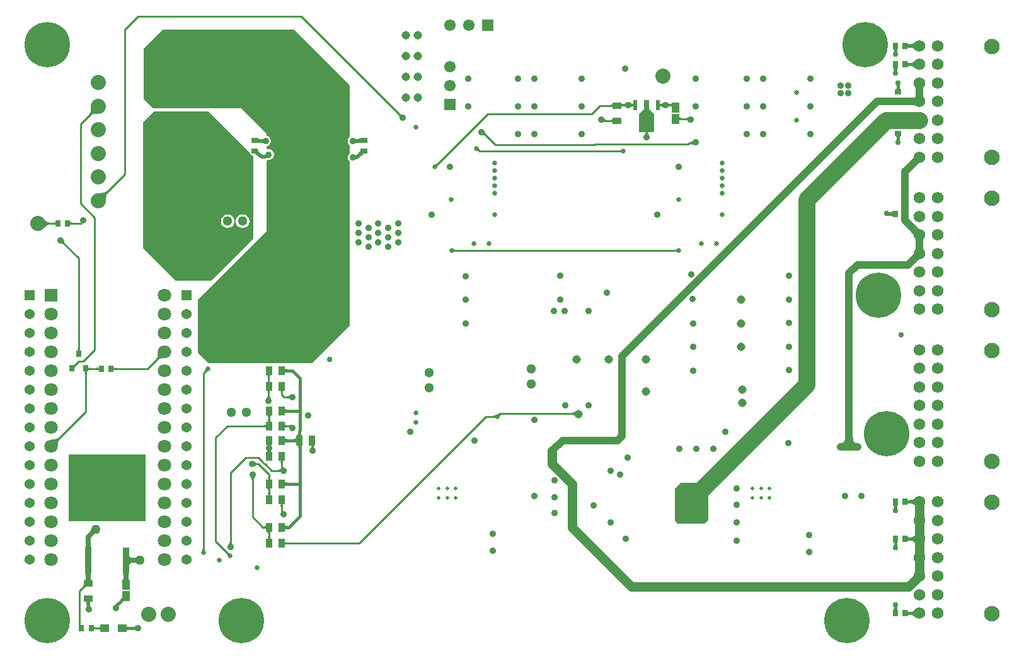
<source format=gbr>
%TF.GenerationSoftware,Altium Limited,Altium Designer,23.6.0 (18)*%
G04 Layer_Physical_Order=6*
G04 Layer_Color=16711680*
%FSLAX45Y45*%
%MOMM*%
%TF.SameCoordinates,DACBD49B-6CD5-42DE-81B8-5418E1F3F2F4*%
%TF.FilePolarity,Positive*%
%TF.FileFunction,Copper,L6,Bot,Signal*%
%TF.Part,Single*%
G01*
G75*
%TA.AperFunction,SMDPad,CuDef*%
%ADD12R,0.85000X0.75000*%
%ADD15R,0.90000X0.70000*%
%ADD21R,0.80000X0.95000*%
%ADD29R,0.80000X0.90000*%
%ADD40R,0.75000X0.85000*%
%ADD45R,1.25000X1.10000*%
%ADD51R,0.70000X0.90000*%
%TA.AperFunction,Conductor*%
%ADD55C,0.38100*%
%ADD56C,1.01600*%
%ADD57C,0.25400*%
%ADD58C,0.63500*%
%ADD59C,0.50800*%
%TA.AperFunction,ComponentPad*%
%ADD62C,1.55000*%
%ADD63R,1.55000X1.55000*%
%ADD64R,1.55000X1.55000*%
%ADD65C,1.30000*%
%ADD66C,1.80000*%
%ADD67R,1.80000X1.80000*%
%ADD68C,6.10000*%
%ADD69C,2.10000*%
%ADD70C,1.56000*%
%ADD71R,1.37000X1.37000*%
%ADD72C,1.37000*%
%ADD73C,9.50000*%
%ADD74C,2.03200*%
%TA.AperFunction,TestPad*%
%ADD75C,2.03200*%
%TA.AperFunction,ViaPad*%
%ADD76C,0.76200*%
%ADD77C,0.88900*%
%ADD78C,0.63500*%
%ADD79C,1.14300*%
%ADD80C,0.50800*%
%ADD81C,1.27000*%
%TA.AperFunction,Conductor*%
%ADD104C,1.27000*%
%TA.AperFunction,SMDPad,CuDef*%
%ADD105R,1.20620X0.95620*%
%ADD106R,1.01213X1.33108*%
%ADD107R,0.80650X1.30822*%
%ADD108R,0.85000X1.35000*%
%ADD109R,0.57000X1.40000*%
%ADD110C,1.80000*%
%ADD111R,0.95000X3.50000*%
%ADD112R,10.35000X9.00000*%
%TA.AperFunction,Conductor*%
%ADD113C,2.28600*%
G36*
X18516765Y13457590D02*
X18509880Y13464371D01*
X18496266Y13475789D01*
X18489536Y13480428D01*
X18482858Y13484354D01*
X18476231Y13487566D01*
X18469656Y13490063D01*
X18463133Y13491849D01*
X18456664Y13492918D01*
X18450548Y13493259D01*
X18443898Y13493085D01*
X18437370Y13492513D01*
X18431609Y13491560D01*
X18426616Y13490227D01*
X18422392Y13488513D01*
X18418935Y13486417D01*
X18416248Y13483942D01*
X18414326Y13481084D01*
X18413174Y13477844D01*
X18412790Y13474225D01*
Y13550426D01*
X18413174Y13546806D01*
X18414326Y13543567D01*
X18416248Y13540710D01*
X18418935Y13538232D01*
X18422392Y13536137D01*
X18426616Y13534422D01*
X18431609Y13533090D01*
X18437370Y13532137D01*
X18443898Y13531566D01*
X18450711Y13531387D01*
X18456879Y13531729D01*
X18463341Y13532793D01*
X18469868Y13534563D01*
X18476463Y13537041D01*
X18483125Y13540228D01*
X18489853Y13544124D01*
X18496648Y13548727D01*
X18503510Y13554039D01*
X18510435Y13560060D01*
X18517430Y13566788D01*
X18516765Y13457590D01*
D02*
G37*
G36*
X18284648Y13470224D02*
X18281563Y13469081D01*
X18278841Y13467175D01*
X18276482Y13464510D01*
X18274486Y13461079D01*
X18272853Y13456889D01*
X18271584Y13451936D01*
X18270676Y13446220D01*
X18270393Y13442862D01*
X18270622Y13440033D01*
X18271146Y13436752D01*
X18271819Y13433746D01*
X18272641Y13431012D01*
X18273613Y13428551D01*
X18274734Y13426364D01*
X18276006Y13424451D01*
X18277425Y13422809D01*
X18224089Y13423509D01*
X18225565Y13425128D01*
X18226883Y13427023D01*
X18228047Y13429193D01*
X18229056Y13431638D01*
X18229910Y13434360D01*
X18230608Y13437355D01*
X18231151Y13440627D01*
X18231403Y13442915D01*
X18231123Y13446220D01*
X18230217Y13451936D01*
X18228947Y13456889D01*
X18227315Y13461079D01*
X18225317Y13464510D01*
X18222958Y13467175D01*
X18220238Y13469081D01*
X18217152Y13470224D01*
X18213705Y13470605D01*
X18288095D01*
X18284648Y13470224D01*
D02*
G37*
G36*
X18517097Y13207248D02*
X18510156Y13214003D01*
X18496455Y13225378D01*
X18489693Y13230000D01*
X18482990Y13233911D01*
X18476346Y13237109D01*
X18469762Y13239600D01*
X18463235Y13241376D01*
X18456770Y13242442D01*
X18450629Y13242783D01*
X18443898Y13242607D01*
X18437370Y13242036D01*
X18431609Y13241083D01*
X18426616Y13239751D01*
X18422392Y13238036D01*
X18418935Y13235941D01*
X18416248Y13233463D01*
X18414326Y13230606D01*
X18413174Y13227367D01*
X18412790Y13223747D01*
Y13299948D01*
X18413174Y13296329D01*
X18414326Y13293089D01*
X18416248Y13290231D01*
X18418935Y13287756D01*
X18422392Y13285661D01*
X18426616Y13283946D01*
X18431609Y13282613D01*
X18437370Y13281660D01*
X18443898Y13281088D01*
X18450629Y13280913D01*
X18456770Y13281255D01*
X18463235Y13282320D01*
X18469762Y13284097D01*
X18476346Y13286586D01*
X18482990Y13289784D01*
X18489693Y13293697D01*
X18496455Y13298318D01*
X18503278Y13303650D01*
X18510156Y13309692D01*
X18517097Y13316447D01*
Y13207248D01*
D02*
G37*
G36*
X18284554Y13219272D02*
X18281383Y13218129D01*
X18278586Y13216225D01*
X18276163Y13213557D01*
X18274110Y13210127D01*
X18272433Y13205937D01*
X18271127Y13200984D01*
X18270197Y13195268D01*
X18269878Y13191595D01*
X18270123Y13188580D01*
X18270647Y13185301D01*
X18271320Y13182294D01*
X18272141Y13179559D01*
X18273112Y13177100D01*
X18274234Y13174911D01*
X18275504Y13172998D01*
X18276926Y13171358D01*
X18223589Y13172057D01*
X18225064Y13173676D01*
X18226382Y13175571D01*
X18227547Y13177740D01*
X18228555Y13180186D01*
X18229410Y13182907D01*
X18230109Y13185902D01*
X18230650Y13189174D01*
X18230933Y13191740D01*
X18230644Y13195268D01*
X18229762Y13200984D01*
X18228526Y13205937D01*
X18226939Y13210127D01*
X18224998Y13213557D01*
X18222704Y13216225D01*
X18220058Y13218129D01*
X18217056Y13219272D01*
X18213705Y13219653D01*
X18288095D01*
X18284554Y13219272D01*
D02*
G37*
G36*
X18314812Y12978790D02*
X18313336Y12977171D01*
X18312016Y12975278D01*
X18310854Y12973106D01*
X18309843Y12970662D01*
X18308990Y12967941D01*
X18308292Y12964944D01*
X18307748Y12961674D01*
X18307359Y12958128D01*
X18307307Y12956792D01*
X18307812Y12951079D01*
X18308765Y12945364D01*
X18310098Y12940411D01*
X18311812Y12936220D01*
X18313908Y12932791D01*
X18316385Y12930124D01*
X18319241Y12928220D01*
X18322479Y12927077D01*
X18326100Y12926695D01*
X18249899D01*
X18253519Y12927077D01*
X18256758Y12928220D01*
X18259615Y12930124D01*
X18262093Y12932791D01*
X18264188Y12936220D01*
X18265903Y12940411D01*
X18267235Y12945364D01*
X18268188Y12951079D01*
X18268707Y12956963D01*
X18268277Y12962267D01*
X18267754Y12965547D01*
X18267081Y12968555D01*
X18266258Y12971288D01*
X18265286Y12973749D01*
X18264166Y12975935D01*
X18262895Y12977850D01*
X18261475Y12979491D01*
X18314812Y12978790D01*
D02*
G37*
G36*
X18626678Y12954970D02*
X18626031Y12952940D01*
X18625462Y12950053D01*
X18624968Y12946309D01*
X18624208Y12936252D01*
X18623599Y12905856D01*
X18522000D01*
X18521962Y12914742D01*
X18519568Y12952940D01*
X18518922Y12954970D01*
X18518201Y12956143D01*
X18627400D01*
X18626678Y12954970D01*
D02*
G37*
G36*
X18623637Y12858954D02*
X18626031Y12820755D01*
X18626678Y12818726D01*
X18627400Y12817552D01*
X18518201D01*
X18518922Y12818726D01*
X18519568Y12820755D01*
X18520139Y12823642D01*
X18520631Y12827386D01*
X18521391Y12837444D01*
X18522000Y12867838D01*
X18623599D01*
X18623637Y12858954D01*
D02*
G37*
G36*
X15127682Y12682985D02*
X15124059Y12686484D01*
X15120406Y12689614D01*
X15116724Y12692377D01*
X15113016Y12694771D01*
X15109277Y12696796D01*
X15105510Y12698454D01*
X15101715Y12699743D01*
X15098566Y12700501D01*
X15097086Y12700257D01*
X15093744Y12699368D01*
X15090916Y12698225D01*
X15088603Y12696828D01*
X15086804Y12695177D01*
X15085519Y12693272D01*
X15084747Y12691113D01*
X15084491Y12688700D01*
Y12739500D01*
X15084747Y12737087D01*
X15085519Y12734928D01*
X15086804Y12733023D01*
X15088603Y12731372D01*
X15090916Y12729975D01*
X15093744Y12728832D01*
X15097086Y12727943D01*
X15098566Y12727699D01*
X15101715Y12728457D01*
X15105510Y12729746D01*
X15109277Y12731404D01*
X15113016Y12733429D01*
X15116724Y12735823D01*
X15120406Y12738586D01*
X15124059Y12741716D01*
X15127682Y12745215D01*
Y12682985D01*
D02*
G37*
G36*
X14629276D02*
X14625652Y12686484D01*
X14621999Y12689614D01*
X14618317Y12692377D01*
X14614607Y12694771D01*
X14610869Y12696796D01*
X14607103Y12698454D01*
X14603308Y12699743D01*
X14599484Y12700663D01*
X14595631Y12701216D01*
X14593117Y12701335D01*
X14590721Y12701273D01*
X14586353Y12700892D01*
X14582497Y12700257D01*
X14579153Y12699368D01*
X14576328Y12698225D01*
X14574013Y12696828D01*
X14572214Y12695177D01*
X14570929Y12693272D01*
X14570158Y12691113D01*
X14569901Y12688700D01*
Y12739500D01*
X14570158Y12737087D01*
X14570929Y12734928D01*
X14572214Y12733023D01*
X14574013Y12731372D01*
X14576328Y12729975D01*
X14579153Y12728832D01*
X14582497Y12727943D01*
X14586353Y12727308D01*
X14590721Y12726927D01*
X14593117Y12726865D01*
X14595631Y12726984D01*
X14599484Y12727537D01*
X14603308Y12728457D01*
X14607103Y12729746D01*
X14610869Y12731404D01*
X14614607Y12733429D01*
X14618317Y12735823D01*
X14621999Y12738586D01*
X14625652Y12741716D01*
X14629276Y12745215D01*
Y12682985D01*
D02*
G37*
G36*
X18517097Y12707249D02*
X18515924Y12707971D01*
X18513895Y12708617D01*
X18511008Y12709187D01*
X18507263Y12709681D01*
X18497206Y12710441D01*
X18466811Y12711049D01*
Y12812650D01*
X18475694Y12812688D01*
X18513895Y12815080D01*
X18515924Y12815727D01*
X18517097Y12816449D01*
Y12707249D01*
D02*
G37*
G36*
X15194794Y12741716D02*
X15198447Y12738586D01*
X15202129Y12735823D01*
X15205838Y12733429D01*
X15209576Y12731404D01*
X15213342Y12729746D01*
X15217139Y12728457D01*
X15220961Y12727537D01*
X15224812Y12726984D01*
X15226288Y12726914D01*
X15226782Y12726927D01*
X15231152Y12727308D01*
X15235008Y12727943D01*
X15238350Y12728832D01*
X15241177Y12729975D01*
X15243491Y12731372D01*
X15245290Y12733023D01*
X15246574Y12734928D01*
X15247346Y12737087D01*
X15247603Y12739500D01*
Y12688700D01*
X15247346Y12691113D01*
X15246574Y12693272D01*
X15245290Y12695177D01*
X15243491Y12696828D01*
X15241177Y12698225D01*
X15238350Y12699368D01*
X15235008Y12700257D01*
X15231152Y12700892D01*
X15226782Y12701273D01*
X15226288Y12701286D01*
X15224812Y12701216D01*
X15220961Y12700663D01*
X15217139Y12699743D01*
X15213342Y12698454D01*
X15209576Y12696796D01*
X15205838Y12694771D01*
X15202129Y12692377D01*
X15198447Y12689614D01*
X15194794Y12686484D01*
X15191170Y12682985D01*
Y12745215D01*
X15194794Y12741716D01*
D02*
G37*
G36*
X14696387D02*
X14700040Y12738586D01*
X14703722Y12735823D01*
X14707431Y12733429D01*
X14711169Y12731404D01*
X14714935Y12729746D01*
X14718431Y12728559D01*
X14719456Y12728832D01*
X14722284Y12729975D01*
X14724597Y12731372D01*
X14726398Y12733023D01*
X14727682Y12734928D01*
X14728453Y12737087D01*
X14728709Y12739500D01*
Y12726875D01*
X14730286Y12726800D01*
Y12701400D01*
X14728709Y12701325D01*
Y12688700D01*
X14728453Y12691113D01*
X14727682Y12693272D01*
X14726398Y12695177D01*
X14724597Y12696828D01*
X14722284Y12698225D01*
X14719456Y12699368D01*
X14718431Y12699641D01*
X14714935Y12698454D01*
X14711169Y12696796D01*
X14707431Y12694771D01*
X14703722Y12692377D01*
X14700040Y12689614D01*
X14696387Y12686484D01*
X14692763Y12682985D01*
Y12745215D01*
X14696387Y12741716D01*
D02*
G37*
G36*
X14450195Y12681800D02*
X14449940Y12684213D01*
X14449179Y12686372D01*
X14447910Y12688277D01*
X14446130Y12689928D01*
X14443845Y12691325D01*
X14441051Y12692468D01*
X14437749Y12693357D01*
X14433939Y12693992D01*
X14429620Y12694373D01*
X14424796Y12694500D01*
Y12719900D01*
X14429620Y12720027D01*
X14433939Y12720408D01*
X14437749Y12721043D01*
X14441051Y12721932D01*
X14443845Y12723075D01*
X14446130Y12724472D01*
X14447910Y12726123D01*
X14449179Y12728028D01*
X14449940Y12730187D01*
X14450195Y12732600D01*
Y12681800D01*
D02*
G37*
G36*
X7542784Y12598405D02*
X7527016Y12598335D01*
X7486818Y12595315D01*
X7475787Y12593372D01*
X7465940Y12590961D01*
X7457278Y12588082D01*
X7449800Y12584735D01*
X7443506Y12580919D01*
X7438396Y12576636D01*
X7420436Y12594596D01*
X7424719Y12599706D01*
X7428535Y12606000D01*
X7431882Y12613478D01*
X7434761Y12622140D01*
X7437172Y12631987D01*
X7439115Y12643018D01*
X7440589Y12655233D01*
X7442135Y12683216D01*
X7442205Y12698984D01*
X7542784Y12598405D01*
D02*
G37*
G36*
X11596075Y12596596D02*
X11599189Y12594263D01*
X11602544Y12592210D01*
X11606139Y12590438D01*
X11609974Y12588947D01*
X11614050Y12587736D01*
X11618366Y12586805D01*
X11622922Y12586156D01*
X11627718Y12585786D01*
X11632755Y12585698D01*
X11588752Y12541694D01*
X11588663Y12546731D01*
X11588294Y12551528D01*
X11587644Y12556084D01*
X11586714Y12560400D01*
X11585503Y12564476D01*
X11584012Y12568311D01*
X11582239Y12571906D01*
X11580187Y12575261D01*
X11577854Y12578375D01*
X11575240Y12581249D01*
X11593201Y12599209D01*
X11596075Y12596596D01*
D02*
G37*
G36*
X15348157Y12553635D02*
X15348918Y12551476D01*
X15350188Y12549571D01*
X15351965Y12547920D01*
X15354253Y12546523D01*
X15357047Y12545380D01*
X15360349Y12544491D01*
X15364159Y12543856D01*
X15368475Y12543475D01*
X15373302Y12543348D01*
Y12517948D01*
X15368475Y12517821D01*
X15364159Y12517440D01*
X15360349Y12516805D01*
X15357047Y12515916D01*
X15354253Y12514773D01*
X15351965Y12513376D01*
X15350188Y12511725D01*
X15348918Y12509820D01*
X15348157Y12507661D01*
X15347902Y12505248D01*
Y12556048D01*
X15348157Y12553635D01*
D02*
G37*
G36*
X15463075Y12495719D02*
X15460860Y12499670D01*
X15458435Y12503206D01*
X15455804Y12506325D01*
X15452966Y12509029D01*
X15449922Y12511316D01*
X15446671Y12513188D01*
X15443211Y12514643D01*
X15439545Y12515683D01*
X15435670Y12516307D01*
X15431590Y12516515D01*
X15440028Y12541915D01*
X15443524Y12542047D01*
X15447169Y12542441D01*
X15450967Y12543099D01*
X15454915Y12544020D01*
X15463268Y12546651D01*
X15467670Y12548361D01*
X15476929Y12552570D01*
X15481786Y12555070D01*
X15463075Y12495719D01*
D02*
G37*
G36*
X14450195Y12476800D02*
X14449940Y12479213D01*
X14449179Y12481372D01*
X14447910Y12483277D01*
X14446130Y12484928D01*
X14443845Y12486325D01*
X14441051Y12487468D01*
X14437749Y12488357D01*
X14433939Y12488992D01*
X14429620Y12489373D01*
X14424796Y12489500D01*
Y12514900D01*
X14429620Y12515027D01*
X14433939Y12515408D01*
X14437749Y12516043D01*
X14441051Y12516932D01*
X14443845Y12518075D01*
X14446130Y12519472D01*
X14447910Y12521123D01*
X14449179Y12523028D01*
X14449940Y12525187D01*
X14450195Y12527600D01*
Y12476800D01*
D02*
G37*
G36*
X14337326Y12532159D02*
X14339763Y12528625D01*
X14342404Y12525507D01*
X14345251Y12522805D01*
X14348305Y12520518D01*
X14351562Y12518647D01*
X14355025Y12517192D01*
X14358693Y12516153D01*
X14362567Y12515529D01*
X14366646Y12515321D01*
X14358304Y12489921D01*
X14354803Y12489789D01*
X14351154Y12489393D01*
X14347354Y12488731D01*
X14343407Y12487806D01*
X14339307Y12486616D01*
X14330663Y12483442D01*
X14326115Y12481458D01*
X14316576Y12476698D01*
X14335095Y12536108D01*
X14337326Y12532159D01*
D02*
G37*
G36*
X14939101Y12661600D02*
X15006599Y12594100D01*
X15006599Y12369100D01*
Y12365122D01*
X15003555Y12357771D01*
X14997929Y12352145D01*
X14990578Y12349100D01*
X14920973D01*
X14921089Y12346701D01*
X14921654Y12342841D01*
X14922597Y12339030D01*
X14923917Y12335268D01*
X14925613Y12331557D01*
X14927687Y12327895D01*
X14930138Y12324282D01*
X14932967Y12320720D01*
X14936169Y12317207D01*
X14939752Y12313743D01*
X14877563Y12311503D01*
X14880971Y12315286D01*
X14884019Y12319076D01*
X14886711Y12322873D01*
X14889043Y12326677D01*
X14891016Y12330489D01*
X14892630Y12334308D01*
X14893886Y12338135D01*
X14894783Y12341968D01*
X14895322Y12345809D01*
X14895474Y12349100D01*
X14822623D01*
X14815271Y12352145D01*
X14809645Y12357771D01*
X14806599Y12365122D01*
Y12369100D01*
Y12594100D01*
X14874100Y12661600D01*
Y12784100D01*
X14939101D01*
Y12661600D01*
D02*
G37*
G36*
X12732580Y12355644D02*
X12738271Y12341834D01*
X12740299Y12337821D01*
X12744552Y12330681D01*
X12746778Y12327554D01*
X12749068Y12324722D01*
X12751425Y12322185D01*
X12739824Y12297865D01*
X12736785Y12300610D01*
X12733604Y12302906D01*
X12730283Y12304753D01*
X12726821Y12306152D01*
X12723219Y12307102D01*
X12719475Y12307603D01*
X12715591Y12307656D01*
X12711566Y12307260D01*
X12707400Y12306416D01*
X12703093Y12305123D01*
X12730815Y12360837D01*
X12732580Y12355644D01*
D02*
G37*
G36*
X11067805Y12201902D02*
X11067297Y12202895D01*
X11065773Y12203784D01*
X11063233Y12204568D01*
X11059677Y12205248D01*
X11055105Y12205823D01*
X11042913Y12206659D01*
X11020252Y12207071D01*
X11019879Y12207066D01*
X11007458Y12206112D01*
X11004123Y12205539D01*
X11001192Y12204839D01*
X10998664Y12204012D01*
X10996539Y12203057D01*
X10994816Y12201976D01*
X10993497Y12200767D01*
X10990095Y12262904D01*
X10991388Y12261959D01*
X10993090Y12261113D01*
X10995200Y12260367D01*
X10997720Y12259720D01*
X11000649Y12259173D01*
X11007734Y12258377D01*
X11016455Y12257980D01*
X11018862Y12257955D01*
X11026657Y12258063D01*
X11049517Y12260068D01*
X11055105Y12261270D01*
X11059677Y12262740D01*
X11063233Y12264477D01*
X11065773Y12266482D01*
X11067297Y12268753D01*
X11067805Y12271292D01*
Y12201902D01*
D02*
G37*
G36*
X18322479Y12295124D02*
X18319241Y12293981D01*
X18316385Y12292076D01*
X18313908Y12289409D01*
X18311812Y12285980D01*
X18310098Y12281789D01*
X18308765Y12276836D01*
X18307812Y12271121D01*
X18307294Y12265238D01*
X18307722Y12259933D01*
X18308246Y12256653D01*
X18308919Y12253646D01*
X18309741Y12250912D01*
X18310713Y12248451D01*
X18311835Y12246264D01*
X18313104Y12244350D01*
X18314525Y12242709D01*
X18261189Y12243409D01*
X18262663Y12245028D01*
X18263983Y12246923D01*
X18265147Y12249093D01*
X18266156Y12251538D01*
X18267010Y12254259D01*
X18267708Y12257255D01*
X18268251Y12260526D01*
X18268640Y12264073D01*
X18268692Y12265409D01*
X18268188Y12271121D01*
X18267235Y12276836D01*
X18265903Y12281789D01*
X18264188Y12285980D01*
X18262093Y12289409D01*
X18259615Y12292076D01*
X18256758Y12293981D01*
X18253519Y12295124D01*
X18249899Y12295505D01*
X18326100D01*
X18322479Y12295124D01*
D02*
G37*
G36*
X9684503Y12268753D02*
X9686027Y12266482D01*
X9688567Y12264477D01*
X9692123Y12262740D01*
X9696695Y12261270D01*
X9702283Y12260068D01*
X9708887Y12259132D01*
X9716507Y12258464D01*
X9733666Y12257963D01*
X9735345Y12257980D01*
X9751151Y12259173D01*
X9754080Y12259720D01*
X9756600Y12260367D01*
X9758710Y12261113D01*
X9760412Y12261959D01*
X9761705Y12262904D01*
X9758303Y12200767D01*
X9756984Y12201976D01*
X9755261Y12203057D01*
X9753136Y12204012D01*
X9750608Y12204839D01*
X9747677Y12205539D01*
X9744342Y12206112D01*
X9736465Y12206875D01*
X9731921Y12207066D01*
X9729290Y12207100D01*
X9725143Y12207077D01*
X9688567Y12204568D01*
X9686027Y12203784D01*
X9684503Y12202895D01*
X9683995Y12201902D01*
Y12271292D01*
X9684503Y12268753D01*
D02*
G37*
G36*
X15535599Y12175054D02*
X15531531Y12178274D01*
X15523488Y12183697D01*
X15519514Y12185900D01*
X15515575Y12187764D01*
X15511665Y12189289D01*
X15507790Y12190475D01*
X15503944Y12191323D01*
X15500131Y12191831D01*
X15496352Y12192001D01*
X15493613Y12217401D01*
X15497572Y12217596D01*
X15501445Y12218183D01*
X15505228Y12219160D01*
X15508920Y12220529D01*
X15512524Y12222289D01*
X15516040Y12224440D01*
X15519467Y12226982D01*
X15522804Y12229916D01*
X15526053Y12233240D01*
X15529211Y12236955D01*
X15535599Y12175054D01*
D02*
G37*
G36*
X12655694Y12130460D02*
X12656352Y12127908D01*
X12657199Y12125391D01*
X12658234Y12122908D01*
X12659457Y12120461D01*
X12660868Y12118048D01*
X12662467Y12115669D01*
X12664254Y12113326D01*
X12666229Y12111016D01*
X12668391Y12108742D01*
X12653482Y12087730D01*
X12651153Y12089909D01*
X12648796Y12091814D01*
X12646413Y12093444D01*
X12644003Y12094800D01*
X12641566Y12095881D01*
X12639101Y12096688D01*
X12636610Y12097221D01*
X12634091Y12097480D01*
X12631546Y12097464D01*
X12628974Y12097174D01*
X12655223Y12133046D01*
X12655694Y12130460D01*
D02*
G37*
G36*
X14571626Y12070175D02*
X14569691Y12071985D01*
X14567619Y12073604D01*
X14565411Y12075033D01*
X14563068Y12076271D01*
X14560590Y12077319D01*
X14557973Y12078176D01*
X14555222Y12078843D01*
X14552335Y12079319D01*
X14549310Y12079605D01*
X14546152Y12079700D01*
Y12105100D01*
X14549310Y12105195D01*
X14552335Y12105481D01*
X14555222Y12105957D01*
X14557973Y12106624D01*
X14560590Y12107481D01*
X14563068Y12108529D01*
X14565411Y12109767D01*
X14567619Y12111196D01*
X14569691Y12112815D01*
X14571626Y12114625D01*
Y12070175D01*
D02*
G37*
G36*
X11139647Y12062207D02*
X11135660Y12064988D01*
X11130963Y12066345D01*
X11125555Y12066280D01*
X11119437Y12064792D01*
X11112608Y12061881D01*
X11105069Y12057547D01*
X11096819Y12051790D01*
X11087858Y12044610D01*
X11067805Y12025982D01*
X11031884Y12061902D01*
X11038709Y12069062D01*
X11050204Y12083234D01*
X11054873Y12090247D01*
X11058825Y12097211D01*
X11062058Y12104125D01*
X11064572Y12110991D01*
X11066368Y12117807D01*
X11067446Y12124574D01*
X11067805Y12131293D01*
X11139647Y12062207D01*
D02*
G37*
G36*
X9684354Y12124574D02*
X9685432Y12117807D01*
X9687228Y12110991D01*
X9689742Y12104125D01*
X9692975Y12097211D01*
X9696927Y12090247D01*
X9701596Y12083234D01*
X9706985Y12076173D01*
X9713091Y12069062D01*
X9719916Y12061902D01*
X9683995Y12025982D01*
X9673613Y12036007D01*
X9654981Y12051790D01*
X9646731Y12057547D01*
X9639192Y12061881D01*
X9632363Y12064792D01*
X9626245Y12066280D01*
X9620837Y12066345D01*
X9616140Y12064988D01*
X9612153Y12062207D01*
X9683995Y12131293D01*
X9684354Y12124574D01*
D02*
G37*
G36*
X18572020Y11933852D02*
X18570680Y11933533D01*
X18568788Y11932554D01*
X18566344Y11930916D01*
X18563347Y11928618D01*
X18555698Y11922044D01*
X18533775Y11900981D01*
X18461932Y11972823D01*
X18468188Y11979132D01*
X18493506Y12007836D01*
X18494485Y12009728D01*
X18494804Y12011068D01*
X18572020Y11933852D01*
D02*
G37*
G36*
X12108027Y11912266D02*
X12105860Y11909965D01*
X12103924Y11907625D01*
X12102219Y11905246D01*
X12100745Y11902829D01*
X12099501Y11900373D01*
X12098489Y11897879D01*
X12097708Y11895347D01*
X12097157Y11892775D01*
X12096837Y11890166D01*
X12096748Y11887517D01*
X12065318Y11918948D01*
X12067966Y11919037D01*
X12070575Y11919357D01*
X12073147Y11919908D01*
X12075679Y11920689D01*
X12078173Y11921701D01*
X12080629Y11922945D01*
X12083046Y11924419D01*
X12085425Y11926124D01*
X12087765Y11928060D01*
X12090066Y11930227D01*
X12108027Y11912266D01*
D02*
G37*
G36*
X7667164Y11535404D02*
X7662881Y11530294D01*
X7659065Y11524000D01*
X7655718Y11516522D01*
X7652839Y11507860D01*
X7650428Y11498013D01*
X7648485Y11486982D01*
X7647011Y11474767D01*
X7645465Y11446784D01*
X7645395Y11431016D01*
X7544816Y11531595D01*
X7560584Y11531665D01*
X7600782Y11534685D01*
X7611813Y11536628D01*
X7621660Y11539039D01*
X7630322Y11541918D01*
X7637800Y11545265D01*
X7644094Y11549081D01*
X7649204Y11553364D01*
X7667164Y11535404D01*
D02*
G37*
G36*
X18213705Y11214100D02*
X18213324Y11217719D01*
X18212181Y11220958D01*
X18210275Y11223816D01*
X18207610Y11226292D01*
X18204179Y11228387D01*
X18199989Y11230102D01*
X18195036Y11231436D01*
X18189320Y11232388D01*
X18183438Y11232907D01*
X18178133Y11232477D01*
X18174854Y11231954D01*
X18171846Y11231281D01*
X18169112Y11230459D01*
X18166650Y11229487D01*
X18164464Y11228366D01*
X18162550Y11227095D01*
X18160909Y11225675D01*
X18161609Y11279011D01*
X18163228Y11277536D01*
X18165123Y11276217D01*
X18167293Y11275053D01*
X18169737Y11274044D01*
X18172459Y11273190D01*
X18175455Y11272492D01*
X18178726Y11271948D01*
X18182272Y11271560D01*
X18183609Y11271508D01*
X18189320Y11272012D01*
X18195036Y11272964D01*
X18199989Y11274298D01*
X18204179Y11276013D01*
X18207610Y11278108D01*
X18210275Y11280584D01*
X18212181Y11283442D01*
X18213324Y11286680D01*
X18213705Y11290300D01*
Y11214100D01*
D02*
G37*
G36*
X7163649Y11148187D02*
X7164411Y11146028D01*
X7165681Y11144123D01*
X7167459Y11142472D01*
X7169745Y11141075D01*
X7172539Y11139932D01*
X7175841Y11139043D01*
X7179651Y11138408D01*
X7183969Y11138027D01*
X7188795Y11137900D01*
Y11112500D01*
X7183969Y11112373D01*
X7179651Y11111992D01*
X7175841Y11111357D01*
X7172539Y11110468D01*
X7169745Y11109325D01*
X7167459Y11107928D01*
X7165681Y11106277D01*
X7164411Y11104372D01*
X7163649Y11102213D01*
X7163395Y11099800D01*
Y11150600D01*
X7163649Y11148187D01*
D02*
G37*
G36*
X6959310Y11095547D02*
X6959053Y11097960D01*
X6958281Y11100119D01*
X6956996Y11102024D01*
X6955197Y11103675D01*
X6952883Y11105072D01*
X6950056Y11106215D01*
X6946714Y11107104D01*
X6942859Y11107739D01*
X6938489Y11108120D01*
X6933605Y11108247D01*
Y11133647D01*
X6938489Y11133774D01*
X6942859Y11134155D01*
X6946714Y11134790D01*
X6950056Y11135679D01*
X6952883Y11136822D01*
X6955197Y11138219D01*
X6956996Y11139870D01*
X6958281Y11141775D01*
X6959053Y11143934D01*
X6959310Y11146347D01*
Y11095547D01*
D02*
G37*
G36*
X6809125Y11180967D02*
X6839685Y11154678D01*
X6848859Y11148252D01*
X6857526Y11142994D01*
X6865687Y11138904D01*
X6873342Y11135983D01*
X6880490Y11134231D01*
X6887132Y11133647D01*
Y11108247D01*
X6880490Y11107662D01*
X6873342Y11105910D01*
X6865687Y11102989D01*
X6857526Y11098899D01*
X6848859Y11093642D01*
X6839685Y11087215D01*
X6830005Y11079621D01*
X6809125Y11060926D01*
X6797926Y11049827D01*
Y11192067D01*
X6809125Y11180967D01*
D02*
G37*
G36*
X18540083Y11071758D02*
X18568788Y11046440D01*
X18570680Y11045461D01*
X18572020Y11045142D01*
X18494804Y10967926D01*
X18494485Y10969266D01*
X18493506Y10971158D01*
X18491869Y10973603D01*
X18489571Y10976599D01*
X18482996Y10984248D01*
X18461932Y11006171D01*
X18533775Y11078013D01*
X18540083Y11071758D01*
D02*
G37*
G36*
X18626678Y10910270D02*
X18626031Y10908240D01*
X18625462Y10905353D01*
X18624968Y10901609D01*
X18624208Y10891552D01*
X18623599Y10861157D01*
X18522000D01*
X18521962Y10870041D01*
X18519568Y10908240D01*
X18518922Y10910270D01*
X18518201Y10911443D01*
X18627400D01*
X18626678Y10910270D01*
D02*
G37*
G36*
X7080336Y10891119D02*
X7080706Y10886322D01*
X7081355Y10881766D01*
X7082286Y10877450D01*
X7083497Y10873374D01*
X7084988Y10869539D01*
X7086760Y10865944D01*
X7088813Y10862589D01*
X7091146Y10859475D01*
X7093759Y10856601D01*
X7075799Y10838641D01*
X7072925Y10841254D01*
X7069811Y10843587D01*
X7066456Y10845640D01*
X7062861Y10847412D01*
X7059026Y10848903D01*
X7054950Y10850114D01*
X7050634Y10851045D01*
X7046078Y10851694D01*
X7041281Y10852064D01*
X7036244Y10852152D01*
X7080248Y10896156D01*
X7080336Y10891119D01*
D02*
G37*
G36*
X18623637Y10814254D02*
X18626031Y10776055D01*
X18626678Y10774025D01*
X18627400Y10772852D01*
X18518201D01*
X18518922Y10774025D01*
X18519568Y10776055D01*
X18520139Y10778942D01*
X18520631Y10782686D01*
X18521391Y10792743D01*
X18522000Y10823138D01*
X18623599D01*
X18623637Y10814254D01*
D02*
G37*
G36*
X12318907Y10776450D02*
X12320919Y10774779D01*
X12323076Y10773304D01*
X12325377Y10772026D01*
X12327822Y10770945D01*
X12330411Y10770061D01*
X12333145Y10769373D01*
X12336022Y10768881D01*
X12339044Y10768586D01*
X12342210Y10768488D01*
X12341238Y10743088D01*
X12338084Y10742996D01*
X12335059Y10742720D01*
X12332162Y10742260D01*
X12329394Y10741617D01*
X12326754Y10740790D01*
X12324242Y10739778D01*
X12321859Y10738583D01*
X12319605Y10737204D01*
X12317479Y10735641D01*
X12315482Y10733894D01*
X12317039Y10778317D01*
X12318907Y10776450D01*
D02*
G37*
G36*
X15319762Y10733259D02*
X15317892Y10735126D01*
X15315880Y10736797D01*
X15313724Y10738272D01*
X15311423Y10739550D01*
X15308978Y10740631D01*
X15306387Y10741515D01*
X15303654Y10742203D01*
X15300777Y10742695D01*
X15297755Y10742990D01*
X15294591Y10743088D01*
X15295561Y10768488D01*
X15298715Y10768580D01*
X15301741Y10768856D01*
X15304639Y10769316D01*
X15307407Y10769959D01*
X15310046Y10770786D01*
X15312556Y10771798D01*
X15314940Y10772993D01*
X15317195Y10774372D01*
X15319321Y10775935D01*
X15321318Y10777682D01*
X15319762Y10733259D01*
D02*
G37*
G36*
X18572020Y10639153D02*
X18570680Y10638834D01*
X18568788Y10637855D01*
X18566344Y10636217D01*
X18563347Y10633919D01*
X18555698Y10627345D01*
X18533775Y10606282D01*
X18461932Y10678124D01*
X18468188Y10684433D01*
X18493506Y10713137D01*
X18494485Y10715029D01*
X18494804Y10716369D01*
X18572020Y10639153D01*
D02*
G37*
G36*
X9581600Y12071900D02*
Y12048898D01*
X9590252D01*
X9590912Y12047392D01*
X9592385Y12045976D01*
X9593486Y12044257D01*
X9595994Y12042509D01*
X9598198Y12040391D01*
X9600100Y12039647D01*
X9601776Y12038479D01*
X9604762Y12037825D01*
X9607609Y12036711D01*
X9609652Y12036752D01*
X9611647Y12036315D01*
X9614655Y12036852D01*
X9616609Y12036891D01*
X9626600Y12026901D01*
Y10922000D01*
X9055100Y10350500D01*
X8585200D01*
X8140700Y10795000D01*
Y12484100D01*
X8286750Y12630150D01*
X9023350D01*
X9581600Y12071900D01*
D02*
G37*
G36*
X7289927Y9436211D02*
X7290308Y9431841D01*
X7290943Y9427986D01*
X7291832Y9424644D01*
X7292975Y9421817D01*
X7294372Y9419503D01*
X7296023Y9417704D01*
X7297928Y9416419D01*
X7300087Y9415647D01*
X7302500Y9415390D01*
X7251700D01*
X7254113Y9415647D01*
X7256272Y9416419D01*
X7258177Y9417704D01*
X7259828Y9419503D01*
X7261225Y9421817D01*
X7262368Y9424644D01*
X7263257Y9427986D01*
X7263892Y9431841D01*
X7264273Y9436211D01*
X7264400Y9441095D01*
X7289800D01*
X7289927Y9436211D01*
D02*
G37*
G36*
X8431900Y9308004D02*
X8418309Y9307930D01*
X8394102Y9306485D01*
X8383484Y9305115D01*
X8373858Y9303314D01*
X8365223Y9301081D01*
X8357579Y9298417D01*
X8350926Y9295320D01*
X8345264Y9291792D01*
X8340594Y9287833D01*
X8322633Y9305794D01*
X8326592Y9310464D01*
X8330120Y9316126D01*
X8333217Y9322779D01*
X8335881Y9330423D01*
X8338114Y9339058D01*
X8339915Y9348684D01*
X8341285Y9359302D01*
X8342730Y9383509D01*
X8342804Y9397100D01*
X8431900Y9308004D01*
D02*
G37*
G36*
X10922000Y12979401D02*
Y12288759D01*
X10917211Y12285994D01*
X10904206Y12272989D01*
X10895010Y12257061D01*
X10890250Y12239296D01*
Y12220904D01*
X10895010Y12203139D01*
X10904206Y12187211D01*
X10917211Y12174206D01*
X10922000Y12171441D01*
Y12064718D01*
X10920312Y12063744D01*
X10907307Y12050739D01*
X10898112Y12034811D01*
X10893351Y12017046D01*
Y11998654D01*
X10898112Y11980889D01*
X10907307Y11964961D01*
X10920312Y11951956D01*
X10922000Y11950982D01*
X10922000Y9753600D01*
X10414000Y9245600D01*
X9017000D01*
X8877300Y9385300D01*
Y10096500D01*
X9804400Y11023600D01*
X9804400Y11966484D01*
X9808517Y11967303D01*
X9824326Y11977866D01*
X9840762D01*
X9858527Y11982627D01*
X9874455Y11991822D01*
X9887460Y12004827D01*
X9896656Y12020755D01*
X9901416Y12038520D01*
Y12056912D01*
X9896656Y12074677D01*
X9887460Y12090605D01*
X9874455Y12103610D01*
X9858527Y12112806D01*
X9840762Y12117566D01*
X9822370D01*
X9817100Y12116154D01*
X9804400Y12125899D01*
Y12161189D01*
X9818661Y12165010D01*
X9834589Y12174206D01*
X9847594Y12187211D01*
X9856790Y12203139D01*
X9861550Y12220904D01*
Y12239296D01*
X9856790Y12257061D01*
X9847594Y12272989D01*
X9834589Y12285994D01*
X9818661Y12295190D01*
X9804400Y12299011D01*
Y12331697D01*
X9461498Y12674600D01*
X8280400D01*
X8153400Y12801601D01*
X8153400Y13474699D01*
X8407400Y13728700D01*
X10172700D01*
X10922000Y12979401D01*
D02*
G37*
G36*
X7239756Y9215695D02*
X7234696Y9210459D01*
X7226733Y9201083D01*
X7223829Y9196943D01*
X7221643Y9193168D01*
X7220176Y9189759D01*
X7219427Y9186715D01*
X7219396Y9184036D01*
X7220084Y9181722D01*
X7221491Y9179774D01*
X7185874Y9215390D01*
X7187823Y9213984D01*
X7190136Y9213296D01*
X7192815Y9213327D01*
X7195859Y9214075D01*
X7199269Y9215543D01*
X7203043Y9217728D01*
X7207183Y9220633D01*
X7211689Y9224255D01*
X7221795Y9233656D01*
X7239756Y9215695D01*
D02*
G37*
G36*
X7750047Y9192387D02*
X7750818Y9190228D01*
X7752104Y9188323D01*
X7753903Y9186672D01*
X7756216Y9185275D01*
X7759044Y9184132D01*
X7762386Y9183243D01*
X7766241Y9182608D01*
X7770611Y9182227D01*
X7775495Y9182100D01*
Y9156700D01*
X7770611Y9156573D01*
X7766241Y9156192D01*
X7762386Y9155557D01*
X7759044Y9154668D01*
X7756216Y9153525D01*
X7753903Y9152128D01*
X7752104Y9150477D01*
X7750818Y9148572D01*
X7750047Y9146413D01*
X7749790Y9144000D01*
Y9194800D01*
X7750047Y9192387D01*
D02*
G37*
G36*
X7540705Y9144000D02*
X7540451Y9146413D01*
X7539689Y9148572D01*
X7538419Y9150477D01*
X7536641Y9152128D01*
X7534355Y9153525D01*
X7531561Y9154668D01*
X7528259Y9155557D01*
X7524449Y9156192D01*
X7520131Y9156573D01*
X7515305Y9156700D01*
Y9182100D01*
X7520131Y9182227D01*
X7524449Y9182608D01*
X7528259Y9183243D01*
X7531561Y9184132D01*
X7534355Y9185275D01*
X7536641Y9186672D01*
X7538419Y9188323D01*
X7539689Y9190228D01*
X7540451Y9192387D01*
X7540705Y9194800D01*
Y9144000D01*
D02*
G37*
G36*
X7411747Y9192387D02*
X7412519Y9190228D01*
X7413804Y9188323D01*
X7415603Y9186672D01*
X7417917Y9185275D01*
X7420744Y9184132D01*
X7424086Y9183243D01*
X7427941Y9182608D01*
X7432311Y9182227D01*
X7437195Y9182100D01*
Y9156700D01*
X7432311Y9156573D01*
X7427941Y9156192D01*
X7424086Y9155557D01*
X7420744Y9154668D01*
X7417917Y9153525D01*
X7415603Y9152128D01*
X7413804Y9150477D01*
X7412519Y9148572D01*
X7411747Y9146413D01*
X7411490Y9144000D01*
Y9194800D01*
X7411747Y9192387D01*
D02*
G37*
G36*
X9016683Y9137652D02*
X9014034Y9137563D01*
X9011425Y9137243D01*
X9008853Y9136692D01*
X9006321Y9135911D01*
X9003827Y9134899D01*
X9001371Y9133655D01*
X8998954Y9132181D01*
X8996575Y9130476D01*
X8994235Y9128540D01*
X8991934Y9126373D01*
X8973973Y9144334D01*
X8976140Y9146635D01*
X8978076Y9148975D01*
X8979781Y9151354D01*
X8981255Y9153771D01*
X8982499Y9156227D01*
X8983511Y9158721D01*
X8984292Y9161253D01*
X8984843Y9163825D01*
X8985163Y9166434D01*
X8985252Y9169083D01*
X9016683Y9137652D01*
D02*
G37*
G36*
X10043264Y9178480D02*
X10044417Y9175242D01*
X10046337Y9172384D01*
X10049025Y9169908D01*
X10052482Y9167812D01*
X10056706Y9166098D01*
X10061699Y9164764D01*
X10067459Y9163812D01*
X10073988Y9163240D01*
X10081285Y9163050D01*
Y9124950D01*
X10073988Y9124759D01*
X10067459Y9124188D01*
X10061699Y9123235D01*
X10056706Y9121902D01*
X10052482Y9120188D01*
X10049025Y9118092D01*
X10046337Y9115615D01*
X10044417Y9112758D01*
X10043264Y9109519D01*
X10042880Y9105900D01*
Y9182100D01*
X10043264Y9178480D01*
D02*
G37*
G36*
X7395087Y9126051D02*
X7392928Y9125289D01*
X7391023Y9124019D01*
X7389372Y9122241D01*
X7387975Y9119955D01*
X7386832Y9117161D01*
X7385943Y9113859D01*
X7385308Y9110049D01*
X7384927Y9105731D01*
X7384800Y9100905D01*
X7359400D01*
X7359273Y9105731D01*
X7358892Y9110049D01*
X7358257Y9113859D01*
X7357368Y9117161D01*
X7356225Y9119955D01*
X7354828Y9122241D01*
X7353177Y9124019D01*
X7351272Y9125289D01*
X7349113Y9126051D01*
X7346700Y9126305D01*
X7397500D01*
X7395087Y9126051D01*
D02*
G37*
G36*
X9852787Y9078942D02*
X9850628Y9078171D01*
X9848723Y9076885D01*
X9847072Y9075086D01*
X9845675Y9072773D01*
X9844532Y9069945D01*
X9843643Y9066603D01*
X9843008Y9062748D01*
X9842627Y9058378D01*
X9842500Y9053494D01*
X9817100D01*
X9816973Y9058378D01*
X9816592Y9062748D01*
X9815957Y9066603D01*
X9815068Y9069945D01*
X9813925Y9072773D01*
X9812528Y9075086D01*
X9810877Y9076885D01*
X9808972Y9078171D01*
X9806813Y9078942D01*
X9804400Y9079199D01*
X9855200D01*
X9852787Y9078942D01*
D02*
G37*
G36*
X9842627Y9013780D02*
X9843008Y9009462D01*
X9843643Y9005652D01*
X9844532Y9002350D01*
X9845675Y8999556D01*
X9847072Y8997270D01*
X9848723Y8995492D01*
X9850628Y8994222D01*
X9852787Y8993460D01*
X9855200Y8993206D01*
X9804400D01*
X9806813Y8993460D01*
X9808972Y8994222D01*
X9810877Y8995492D01*
X9812528Y8997270D01*
X9813925Y8999556D01*
X9815068Y9002350D01*
X9815957Y9005652D01*
X9816592Y9009462D01*
X9816973Y9013780D01*
X9817100Y9018606D01*
X9842500D01*
X9842627Y9013780D01*
D02*
G37*
G36*
X10030587Y8863042D02*
X10028428Y8862271D01*
X10026523Y8860985D01*
X10024872Y8859186D01*
X10023475Y8856873D01*
X10022332Y8854045D01*
X10021443Y8850703D01*
X10020808Y8846848D01*
X10020427Y8842478D01*
X10020300Y8837594D01*
X9994900D01*
X9994773Y8842478D01*
X9994392Y8846848D01*
X9993757Y8850703D01*
X9992868Y8854045D01*
X9991725Y8856873D01*
X9990328Y8859186D01*
X9988677Y8860985D01*
X9986772Y8862271D01*
X9984613Y8863042D01*
X9982200Y8863299D01*
X10033000D01*
X10030587Y8863042D01*
D02*
G37*
G36*
X9852787D02*
X9850628Y8862271D01*
X9848723Y8860985D01*
X9847072Y8859186D01*
X9845675Y8856873D01*
X9844532Y8854045D01*
X9843643Y8850703D01*
X9843008Y8846848D01*
X9842627Y8842478D01*
X9842500Y8837594D01*
X9817100D01*
X9816973Y8842478D01*
X9816592Y8846848D01*
X9815957Y8850703D01*
X9815068Y8854045D01*
X9813925Y8856873D01*
X9812528Y8859186D01*
X9810877Y8860985D01*
X9808972Y8862271D01*
X9806813Y8863042D01*
X9804400Y8863299D01*
X9855200D01*
X9852787Y8863042D01*
D02*
G37*
G36*
X9842684Y8802987D02*
X9843237Y8799135D01*
X9844157Y8795311D01*
X9845446Y8791516D01*
X9847104Y8787750D01*
X9849129Y8784012D01*
X9851523Y8780302D01*
X9854286Y8776621D01*
X9857416Y8772968D01*
X9860915Y8769344D01*
X9798685D01*
X9802184Y8772968D01*
X9805314Y8776621D01*
X9808077Y8780302D01*
X9810471Y8784012D01*
X9812496Y8787750D01*
X9814154Y8791516D01*
X9815443Y8795311D01*
X9816363Y8799135D01*
X9816916Y8802987D01*
X9817100Y8806867D01*
X9842500D01*
X9842684Y8802987D01*
D02*
G37*
G36*
X10120256Y8755676D02*
X10116632Y8759175D01*
X10112979Y8762305D01*
X10109298Y8765067D01*
X10105588Y8767461D01*
X10101850Y8769487D01*
X10098084Y8771144D01*
X10094289Y8772433D01*
X10090465Y8773354D01*
X10086613Y8773907D01*
X10082733Y8774091D01*
Y8799491D01*
X10086613Y8799675D01*
X10090465Y8800227D01*
X10094289Y8801148D01*
X10098084Y8802437D01*
X10101850Y8804094D01*
X10105588Y8806120D01*
X10109298Y8808514D01*
X10112979Y8811276D01*
X10116632Y8814407D01*
X10120256Y8817906D01*
Y8755676D01*
D02*
G37*
G36*
X10043885Y8634607D02*
X10045037Y8631368D01*
X10046958Y8628511D01*
X10049646Y8626034D01*
X10053102Y8623939D01*
X10057327Y8622224D01*
X10062319Y8620891D01*
X10068080Y8619938D01*
X10074609Y8619367D01*
X10081906Y8619176D01*
Y8581076D01*
X10074609Y8580886D01*
X10068080Y8580314D01*
X10062319Y8579362D01*
X10057327Y8578028D01*
X10053102Y8576314D01*
X10049646Y8574218D01*
X10046958Y8571742D01*
X10045037Y8568884D01*
X10043885Y8565646D01*
X10043501Y8562026D01*
Y8638226D01*
X10043885Y8634607D01*
D02*
G37*
G36*
X12944704Y8548023D02*
X12942537Y8545722D01*
X12940601Y8543381D01*
X12938896Y8541003D01*
X12937422Y8538586D01*
X12936179Y8536130D01*
X12935165Y8533636D01*
X12934386Y8531103D01*
X12933833Y8528532D01*
X12933514Y8525922D01*
X12933424Y8523274D01*
X12901994Y8554705D01*
X12904643Y8554794D01*
X12907253Y8555114D01*
X12909824Y8555664D01*
X12912357Y8556446D01*
X12914850Y8557458D01*
X12917307Y8558701D01*
X12919724Y8560176D01*
X12922102Y8561881D01*
X12924442Y8563817D01*
X12926744Y8565984D01*
X12944704Y8548023D01*
D02*
G37*
G36*
X13952849Y8521648D02*
X13947852Y8526967D01*
X13937990Y8535924D01*
X13933125Y8539563D01*
X13928307Y8542642D01*
X13923531Y8545161D01*
X13918799Y8547121D01*
X13914111Y8548520D01*
X13909470Y8549360D01*
X13904871Y8549640D01*
X13906030Y8575040D01*
X13910483Y8575305D01*
X13915067Y8576101D01*
X13919778Y8577429D01*
X13924622Y8579286D01*
X13929594Y8581675D01*
X13934697Y8584594D01*
X13939929Y8588044D01*
X13945291Y8592025D01*
X13956406Y8601579D01*
X13952849Y8521648D01*
D02*
G37*
G36*
X9858501Y8535068D02*
X9856342Y8534297D01*
X9854437Y8533011D01*
X9852786Y8531212D01*
X9851389Y8528899D01*
X9850246Y8526071D01*
X9849357Y8522729D01*
X9848722Y8518874D01*
X9848341Y8514504D01*
X9848214Y8509620D01*
X9822814D01*
X9822687Y8514504D01*
X9822306Y8518874D01*
X9821671Y8522729D01*
X9820782Y8526071D01*
X9819639Y8528899D01*
X9818242Y8531212D01*
X9816591Y8533011D01*
X9814686Y8534297D01*
X9812527Y8535068D01*
X9810114Y8535325D01*
X9860914D01*
X9858501Y8535068D01*
D02*
G37*
G36*
X12879002Y8500732D02*
X12877068Y8502542D01*
X12874995Y8504161D01*
X12872789Y8505590D01*
X12870445Y8506828D01*
X12867966Y8507876D01*
X12865350Y8508733D01*
X12862599Y8509400D01*
X12859711Y8509876D01*
X12856688Y8510162D01*
X12853528Y8510257D01*
Y8535657D01*
X12856688Y8535752D01*
X12859711Y8536038D01*
X12862599Y8536514D01*
X12865350Y8537181D01*
X12867966Y8538038D01*
X12870445Y8539086D01*
X12872789Y8540324D01*
X12874995Y8541753D01*
X12877068Y8543372D01*
X12879002Y8545182D01*
Y8500732D01*
D02*
G37*
G36*
X9848341Y8482606D02*
X9848722Y8478288D01*
X9849357Y8474478D01*
X9850246Y8471176D01*
X9851389Y8468382D01*
X9852786Y8466096D01*
X9854437Y8464318D01*
X9856342Y8463048D01*
X9858501Y8462286D01*
X9860914Y8462032D01*
X9810114D01*
X9812527Y8462286D01*
X9814686Y8463048D01*
X9816591Y8464318D01*
X9818242Y8466096D01*
X9819639Y8468382D01*
X9820782Y8471176D01*
X9821671Y8474478D01*
X9822306Y8478288D01*
X9822687Y8482606D01*
X9822814Y8487432D01*
X9848214D01*
X9848341Y8482606D01*
D02*
G37*
G36*
X10045658Y8419913D02*
X10046429Y8417754D01*
X10047714Y8415849D01*
X10049514Y8414198D01*
X10051827Y8412801D01*
X10054655Y8411658D01*
X10057996Y8410769D01*
X10061852Y8410134D01*
X10066222Y8409753D01*
X10071106Y8409626D01*
Y8384226D01*
X10066222Y8384099D01*
X10061852Y8383718D01*
X10057996Y8383083D01*
X10054655Y8382194D01*
X10051827Y8381051D01*
X10049514Y8379654D01*
X10047714Y8378003D01*
X10046429Y8376098D01*
X10045658Y8373939D01*
X10045401Y8371526D01*
Y8422326D01*
X10045658Y8419913D01*
D02*
G37*
G36*
X9795799Y8371526D02*
X9795542Y8373939D01*
X9794771Y8376098D01*
X9793485Y8378003D01*
X9791686Y8379654D01*
X9789373Y8381051D01*
X9786545Y8382194D01*
X9783203Y8383083D01*
X9779348Y8383718D01*
X9774978Y8384099D01*
X9770094Y8384226D01*
Y8409626D01*
X9774978Y8409753D01*
X9779348Y8410134D01*
X9783203Y8410769D01*
X9786545Y8411658D01*
X9789373Y8412801D01*
X9791686Y8414198D01*
X9793485Y8415849D01*
X9794771Y8417754D01*
X9795542Y8419913D01*
X9795799Y8422326D01*
Y8371526D01*
D02*
G37*
G36*
X10107794Y8364653D02*
X10107180Y8368371D01*
X10106162Y8371699D01*
X10104740Y8374635D01*
X10102913Y8377179D01*
X10100682Y8379332D01*
X10098046Y8381094D01*
X10095006Y8382464D01*
X10091562Y8383443D01*
X10087714Y8384030D01*
X10083461Y8384226D01*
X10106631Y8409626D01*
X10111000Y8409656D01*
X10133378Y8411100D01*
X10136468Y8411551D01*
X10142100Y8412633D01*
X10107794Y8364653D01*
D02*
G37*
G36*
X10261841Y8302198D02*
X10262412Y8295669D01*
X10263365Y8289909D01*
X10264698Y8284916D01*
X10266413Y8280692D01*
X10268508Y8277235D01*
X10270985Y8274547D01*
X10273842Y8272627D01*
X10277081Y8271474D01*
X10280700Y8271090D01*
X10204500D01*
X10208120Y8271474D01*
X10211358Y8272627D01*
X10214216Y8274547D01*
X10216692Y8277235D01*
X10218788Y8280692D01*
X10220502Y8284916D01*
X10221836Y8289909D01*
X10222788Y8295669D01*
X10223360Y8302198D01*
X10223550Y8309495D01*
X10261650D01*
X10261841Y8302198D01*
D02*
G37*
G36*
X10200405Y8166100D02*
X10200024Y8169719D01*
X10198881Y8172958D01*
X10196976Y8175815D01*
X10194309Y8178292D01*
X10190880Y8180388D01*
X10186689Y8182102D01*
X10181736Y8183435D01*
X10176021Y8184388D01*
X10169544Y8184959D01*
X10162305Y8185150D01*
Y8223250D01*
X10169544Y8223440D01*
X10176021Y8224012D01*
X10181736Y8224965D01*
X10186689Y8226298D01*
X10190880Y8228012D01*
X10194309Y8230108D01*
X10196976Y8232585D01*
X10198881Y8235442D01*
X10200024Y8238680D01*
X10200405Y8242300D01*
Y8166100D01*
D02*
G37*
G36*
X10043264Y8238680D02*
X10044417Y8235442D01*
X10046337Y8232585D01*
X10049025Y8230108D01*
X10052482Y8228012D01*
X10056706Y8226298D01*
X10061699Y8224965D01*
X10067459Y8224012D01*
X10073988Y8223440D01*
X10081285Y8223250D01*
Y8185150D01*
X10073988Y8184959D01*
X10067459Y8184388D01*
X10061699Y8183435D01*
X10056706Y8182102D01*
X10052482Y8180388D01*
X10049025Y8178292D01*
X10046337Y8175815D01*
X10044417Y8172958D01*
X10043264Y8169719D01*
X10042880Y8166100D01*
Y8242300D01*
X10043264Y8238680D01*
D02*
G37*
G36*
X7018967Y8220206D02*
X7015008Y8215536D01*
X7011480Y8209874D01*
X7008383Y8203221D01*
X7005719Y8195577D01*
X7003486Y8186942D01*
X7001685Y8177316D01*
X7000315Y8166698D01*
X6998870Y8142491D01*
X6998796Y8128900D01*
X6909700Y8217996D01*
X6923291Y8218070D01*
X6947498Y8219515D01*
X6958116Y8220885D01*
X6967742Y8222686D01*
X6976377Y8224919D01*
X6984021Y8227583D01*
X6990674Y8230680D01*
X6996336Y8234208D01*
X7001006Y8238167D01*
X7018967Y8220206D01*
D02*
G37*
G36*
X9845886Y8162396D02*
X9846463Y8158529D01*
X9847425Y8154732D01*
X9848772Y8151006D01*
X9850503Y8147349D01*
X9852620Y8143763D01*
X9855120Y8140248D01*
X9855832Y8139399D01*
X9858394D01*
X9856042Y8139148D01*
X9858006Y8136803D01*
X9861277Y8133428D01*
X9864932Y8130123D01*
X9847387Y8128874D01*
X9846837Y8126803D01*
X9846202Y8122948D01*
X9845821Y8118578D01*
X9845694Y8113694D01*
X9820294D01*
X9820167Y8118578D01*
X9819786Y8122948D01*
X9819151Y8126803D01*
X9819135Y8126863D01*
X9802859Y8125704D01*
X9806172Y8129638D01*
X9809136Y8133559D01*
X9811751Y8137467D01*
X9812245Y8138317D01*
X9812166Y8138371D01*
X9810007Y8139142D01*
X9807594Y8139399D01*
X9812875D01*
X9814017Y8141361D01*
X9815935Y8145242D01*
X9817504Y8149109D01*
X9818725Y8152964D01*
X9819596Y8156804D01*
X9820119Y8160632D01*
X9820294Y8164446D01*
X9845694Y8166333D01*
X9845886Y8162396D01*
D02*
G37*
G36*
X10284795Y8137005D02*
X10281595Y8136624D01*
X10278731Y8135481D01*
X10276204Y8133576D01*
X10274014Y8130909D01*
X10272161Y8127480D01*
X10270645Y8123289D01*
X10269466Y8118336D01*
X10268624Y8112621D01*
X10268118Y8106144D01*
X10267950Y8098905D01*
X10229850D01*
X10229659Y8106187D01*
X10229088Y8112705D01*
X10228135Y8118458D01*
X10226802Y8123446D01*
X10225087Y8127669D01*
X10222992Y8131127D01*
X10220515Y8133820D01*
X10217658Y8135748D01*
X10214419Y8136911D01*
X10210800Y8137310D01*
X10284795Y8137005D01*
D02*
G37*
G36*
X10443337Y8137053D02*
X10441178Y8136281D01*
X10439273Y8134996D01*
X10437622Y8133197D01*
X10436225Y8130883D01*
X10435082Y8128056D01*
X10434193Y8124714D01*
X10434157Y8124496D01*
X10434707Y8122211D01*
X10435996Y8118416D01*
X10437654Y8114650D01*
X10439679Y8110912D01*
X10442073Y8107202D01*
X10444836Y8103521D01*
X10447966Y8099868D01*
X10451465Y8096244D01*
X10389235D01*
X10392734Y8099868D01*
X10395864Y8103521D01*
X10398627Y8107202D01*
X10401021Y8110912D01*
X10403046Y8114650D01*
X10404704Y8118416D01*
X10405993Y8122211D01*
X10406543Y8124496D01*
X10406507Y8124714D01*
X10405618Y8128056D01*
X10404475Y8130883D01*
X10403078Y8133197D01*
X10401427Y8134996D01*
X10399522Y8136281D01*
X10397363Y8137053D01*
X10394950Y8137310D01*
X10445750D01*
X10443337Y8137053D01*
D02*
G37*
G36*
X17679034Y8248396D02*
X17680940Y8231124D01*
X17684116Y8215884D01*
X17688560Y8202676D01*
X17694275Y8191500D01*
X17701260Y8182356D01*
X17709515Y8175244D01*
X17719040Y8170164D01*
X17729836Y8167116D01*
X17741901Y8166100D01*
X17627600Y8064500D01*
X17513300Y8166100D01*
X17525365Y8167116D01*
X17536160Y8170164D01*
X17545685Y8175244D01*
X17553940Y8182356D01*
X17560925Y8191500D01*
X17566640Y8202676D01*
X17571085Y8215884D01*
X17574260Y8231124D01*
X17576164Y8248396D01*
X17576801Y8267700D01*
X17678400D01*
X17679034Y8248396D01*
D02*
G37*
G36*
X9848977Y8073980D02*
X9849358Y8069662D01*
X9849993Y8065852D01*
X9850355Y8064506D01*
X9867265D01*
X9863766Y8060882D01*
X9860636Y8057229D01*
X9858204Y8053989D01*
X9859137Y8053660D01*
X9861550Y8053406D01*
X9857782D01*
X9855479Y8049838D01*
X9853454Y8046100D01*
X9851796Y8042334D01*
X9850507Y8038539D01*
X9849587Y8034715D01*
X9849034Y8030863D01*
X9848850Y8026983D01*
X9823450D01*
X9823266Y8030863D01*
X9822713Y8034715D01*
X9821793Y8038539D01*
X9820504Y8042334D01*
X9818846Y8046100D01*
X9816821Y8049838D01*
X9814518Y8053406D01*
X9810750D01*
X9813163Y8053660D01*
X9814096Y8053989D01*
X9811664Y8057229D01*
X9808534Y8060882D01*
X9805035Y8064506D01*
X9821945D01*
X9822307Y8065852D01*
X9822942Y8069662D01*
X9823323Y8073980D01*
X9823450Y8078806D01*
X9848850D01*
X9848977Y8073980D01*
D02*
G37*
G36*
X10026152Y7923242D02*
X10023993Y7922471D01*
X10022088Y7921185D01*
X10020437Y7919386D01*
X10019040Y7917073D01*
X10017897Y7914245D01*
X10017008Y7910903D01*
X10016373Y7907048D01*
X10015992Y7902678D01*
X10015865Y7897794D01*
X9990465D01*
X9990338Y7902678D01*
X9989957Y7907048D01*
X9989322Y7910903D01*
X9988433Y7914245D01*
X9987290Y7917073D01*
X9985893Y7919386D01*
X9984242Y7921185D01*
X9982337Y7922471D01*
X9980178Y7923242D01*
X9977765Y7923499D01*
X10028565D01*
X10026152Y7923242D01*
D02*
G37*
G36*
X9644527Y7911968D02*
X9648180Y7908838D01*
X9651861Y7906075D01*
X9655571Y7903681D01*
X9659309Y7901656D01*
X9663076Y7899998D01*
X9666871Y7898709D01*
X9670694Y7897789D01*
X9674546Y7897236D01*
X9678426Y7897052D01*
Y7871652D01*
X9674546Y7871468D01*
X9670694Y7870915D01*
X9666871Y7869995D01*
X9663076Y7868706D01*
X9659309Y7867048D01*
X9655571Y7865023D01*
X9651861Y7862629D01*
X9648180Y7859866D01*
X9644527Y7856736D01*
X9640903Y7853237D01*
Y7915467D01*
X9644527Y7911968D01*
D02*
G37*
G36*
X10023488Y7841220D02*
X10001256Y7828640D01*
Y7766685D01*
X9997632Y7770184D01*
X9993979Y7773314D01*
X9990298Y7776077D01*
X9986588Y7778471D01*
X9982850Y7780496D01*
X9979084Y7782154D01*
X9975289Y7783443D01*
X9971465Y7784363D01*
X9967613Y7784916D01*
X9963733Y7785100D01*
Y7810500D01*
X9967613Y7810684D01*
X9971465Y7811237D01*
X9975289Y7812157D01*
X9979084Y7813446D01*
X9982850Y7815104D01*
X9986588Y7817129D01*
X9990298Y7819523D01*
X9993979Y7822286D01*
X9997632Y7825416D01*
X10000673Y7828351D01*
X10000667Y7828442D01*
X10000516Y7828703D01*
X10000223Y7829093D01*
X9999788Y7829613D01*
X9996622Y7832986D01*
X9994185Y7835449D01*
X10012145Y7853409D01*
X10023488Y7841220D01*
D02*
G37*
G36*
X9845821Y7705680D02*
X9846202Y7701362D01*
X9846837Y7697552D01*
X9847726Y7694250D01*
X9848869Y7691456D01*
X9850266Y7689170D01*
X9851917Y7687392D01*
X9853822Y7686122D01*
X9855981Y7685360D01*
X9858394Y7685106D01*
X9807594D01*
X9810007Y7685360D01*
X9812166Y7686122D01*
X9814071Y7687392D01*
X9815722Y7689170D01*
X9817119Y7691456D01*
X9818262Y7694250D01*
X9819151Y7697552D01*
X9819786Y7701362D01*
X9820167Y7705680D01*
X9820294Y7710506D01*
X9845694D01*
X9845821Y7705680D01*
D02*
G37*
G36*
X9641516Y7711632D02*
X9638386Y7707979D01*
X9635623Y7704298D01*
X9633229Y7700588D01*
X9631204Y7696850D01*
X9629546Y7693084D01*
X9628257Y7689289D01*
X9627337Y7685465D01*
X9626784Y7681613D01*
X9626600Y7677733D01*
X9601200D01*
X9601016Y7681613D01*
X9600463Y7685465D01*
X9599543Y7689289D01*
X9598254Y7693084D01*
X9596596Y7696850D01*
X9594571Y7700588D01*
X9592177Y7704298D01*
X9589414Y7707979D01*
X9586284Y7711632D01*
X9582785Y7715256D01*
X9645015D01*
X9641516Y7711632D01*
D02*
G37*
G36*
X10043264Y7654480D02*
X10044417Y7651242D01*
X10046337Y7648385D01*
X10049025Y7645908D01*
X10052482Y7643812D01*
X10056706Y7642098D01*
X10061699Y7640765D01*
X10067459Y7639812D01*
X10073988Y7639240D01*
X10081285Y7639050D01*
Y7600950D01*
X10073988Y7600759D01*
X10067459Y7600188D01*
X10061699Y7599235D01*
X10056706Y7597902D01*
X10052482Y7596188D01*
X10049025Y7594092D01*
X10046337Y7591615D01*
X10044417Y7588758D01*
X10043264Y7585519D01*
X10042880Y7581900D01*
Y7658100D01*
X10043264Y7654480D01*
D02*
G37*
G36*
X9855981Y7554942D02*
X9853822Y7554171D01*
X9851917Y7552885D01*
X9850266Y7551086D01*
X9848869Y7548773D01*
X9847726Y7545945D01*
X9846837Y7542603D01*
X9846202Y7538748D01*
X9845821Y7534378D01*
X9845694Y7529494D01*
X9820294D01*
X9820167Y7534378D01*
X9819786Y7538748D01*
X9819151Y7542603D01*
X9818262Y7545945D01*
X9817119Y7548773D01*
X9815722Y7551086D01*
X9814071Y7552885D01*
X9812166Y7554171D01*
X9810007Y7554942D01*
X9807594Y7555199D01*
X9858394D01*
X9855981Y7554942D01*
D02*
G37*
G36*
X9845821Y7489780D02*
X9846202Y7485462D01*
X9846837Y7481652D01*
X9847726Y7478350D01*
X9848869Y7475556D01*
X9850266Y7473270D01*
X9851917Y7471492D01*
X9853822Y7470222D01*
X9855981Y7469460D01*
X9858394Y7469206D01*
X9807594D01*
X9810007Y7469460D01*
X9812166Y7470222D01*
X9814071Y7471492D01*
X9815722Y7473270D01*
X9817119Y7475556D01*
X9818262Y7478350D01*
X9819151Y7481652D01*
X9819786Y7485462D01*
X9820167Y7489780D01*
X9820294Y7494606D01*
X9845694D01*
X9845821Y7489780D01*
D02*
G37*
G36*
X18517097Y7415125D02*
X18521835Y7417761D01*
X18527927Y7422679D01*
Y7332820D01*
X18521835Y7337737D01*
X18517097Y7340373D01*
Y7323149D01*
X18510156Y7329904D01*
X18496455Y7341280D01*
X18489693Y7345901D01*
X18482990Y7349812D01*
X18477350Y7352528D01*
X18464116Y7354559D01*
X18433168Y7357243D01*
X18431609Y7356985D01*
X18426616Y7355651D01*
X18422392Y7353937D01*
X18418935Y7351841D01*
X18416248Y7349365D01*
X18414326Y7346507D01*
X18413174Y7343269D01*
X18412790Y7339649D01*
Y7358037D01*
X18385225Y7358699D01*
Y7396799D01*
X18407674Y7397058D01*
X18412790Y7397410D01*
Y7415849D01*
X18413174Y7412230D01*
X18414326Y7408991D01*
X18416248Y7406134D01*
X18418935Y7403657D01*
X18422392Y7401562D01*
X18426616Y7399847D01*
X18431042Y7398665D01*
X18464116Y7400940D01*
X18477350Y7402971D01*
X18482990Y7405687D01*
X18489693Y7409597D01*
X18496455Y7414219D01*
X18503278Y7419551D01*
X18510156Y7425595D01*
X18517097Y7432349D01*
Y7415125D01*
D02*
G37*
G36*
X10026152Y7339042D02*
X10023993Y7338271D01*
X10022088Y7336985D01*
X10020437Y7335186D01*
X10019040Y7332873D01*
X10017897Y7330045D01*
X10017008Y7326703D01*
X10016373Y7322848D01*
X10015992Y7318478D01*
X10015865Y7313594D01*
X9990465D01*
X9990338Y7318478D01*
X9989957Y7322848D01*
X9989322Y7326703D01*
X9988433Y7330045D01*
X9987290Y7332873D01*
X9985893Y7335186D01*
X9984242Y7336985D01*
X9982337Y7338271D01*
X9980178Y7339042D01*
X9977765Y7339299D01*
X10028565D01*
X10026152Y7339042D01*
D02*
G37*
G36*
X18284648Y7335173D02*
X18281563Y7334030D01*
X18278841Y7332125D01*
X18276482Y7329458D01*
X18274486Y7326029D01*
X18272853Y7321838D01*
X18271584Y7316885D01*
X18270676Y7311170D01*
X18270393Y7307811D01*
X18270622Y7304982D01*
X18271146Y7301702D01*
X18271819Y7298695D01*
X18272641Y7295961D01*
X18273613Y7293500D01*
X18274734Y7291313D01*
X18276006Y7289399D01*
X18277425Y7287758D01*
X18224089Y7288458D01*
X18225565Y7290077D01*
X18226883Y7291972D01*
X18228047Y7294142D01*
X18229056Y7296587D01*
X18229910Y7299308D01*
X18230608Y7302304D01*
X18231151Y7305575D01*
X18231403Y7307864D01*
X18231123Y7311170D01*
X18230217Y7316885D01*
X18228947Y7321838D01*
X18227315Y7326029D01*
X18225317Y7329458D01*
X18222958Y7332125D01*
X18220238Y7334030D01*
X18217152Y7335173D01*
X18213705Y7335554D01*
X18288095D01*
X18284648Y7335173D01*
D02*
G37*
G36*
X10023488Y7257020D02*
X10000675Y7244111D01*
X10000667Y7244242D01*
X10000516Y7244503D01*
X10000223Y7244893D01*
X9999788Y7245413D01*
X9996622Y7248786D01*
X9994185Y7251249D01*
X10012145Y7269209D01*
X10023488Y7257020D01*
D02*
G37*
G36*
X15735300Y7505700D02*
Y7137400D01*
X15684500Y7086600D01*
X15328900D01*
X15290800Y7124700D01*
Y7556500D01*
X15367000Y7632700D01*
X15608299D01*
X15735300Y7505700D01*
D02*
G37*
G36*
X9793278Y7010400D02*
X9793021Y7012813D01*
X9792250Y7014972D01*
X9790965Y7016877D01*
X9789165Y7018528D01*
X9786852Y7019925D01*
X9784024Y7021068D01*
X9780683Y7021957D01*
X9776827Y7022592D01*
X9772457Y7022973D01*
X9767573Y7023100D01*
Y7048500D01*
X9772457Y7048627D01*
X9776827Y7049008D01*
X9780683Y7049643D01*
X9784024Y7050532D01*
X9786852Y7051675D01*
X9789165Y7053072D01*
X9790965Y7054723D01*
X9792250Y7056628D01*
X9793021Y7058787D01*
X9793278Y7061200D01*
Y7010400D01*
D02*
G37*
G36*
X10043264Y7070280D02*
X10044417Y7067042D01*
X10046337Y7064184D01*
X10049025Y7061708D01*
X10052482Y7059613D01*
X10056706Y7057898D01*
X10061699Y7056564D01*
X10067459Y7055612D01*
X10073988Y7055040D01*
X10081285Y7054850D01*
Y7016750D01*
X10073988Y7016559D01*
X10067459Y7015988D01*
X10061699Y7015035D01*
X10056706Y7013702D01*
X10052482Y7011987D01*
X10049025Y7009892D01*
X10046337Y7007415D01*
X10044417Y7004558D01*
X10043264Y7001319D01*
X10042880Y6997700D01*
Y7073900D01*
X10043264Y7070280D01*
D02*
G37*
G36*
X9855981Y6970742D02*
X9853822Y6969971D01*
X9851917Y6968685D01*
X9850266Y6966886D01*
X9848869Y6964573D01*
X9847726Y6961745D01*
X9846837Y6958403D01*
X9846202Y6954548D01*
X9845821Y6950178D01*
X9845694Y6945294D01*
X9820294D01*
X9820167Y6950178D01*
X9819786Y6954548D01*
X9819151Y6958403D01*
X9818262Y6961745D01*
X9817119Y6964573D01*
X9815722Y6966886D01*
X9814071Y6968685D01*
X9812166Y6969971D01*
X9810007Y6970742D01*
X9807594Y6970999D01*
X9858394D01*
X9855981Y6970742D01*
D02*
G37*
G36*
X7505065Y6946903D02*
X7501437Y6946687D01*
X7497665Y6945969D01*
X7493750Y6944748D01*
X7489691Y6943024D01*
X7485488Y6940797D01*
X7481143Y6938068D01*
X7476653Y6934836D01*
X7472020Y6931101D01*
X7462324Y6922123D01*
X7417423Y6967024D01*
X7422163Y6971944D01*
X7430136Y6981353D01*
X7433368Y6985843D01*
X7436097Y6990188D01*
X7438324Y6994391D01*
X7440048Y6998450D01*
X7441269Y7002365D01*
X7441987Y7006137D01*
X7442203Y7009765D01*
X7505065Y6946903D01*
D02*
G37*
G36*
X18516139Y6824144D02*
X18509360Y6830971D01*
X18502615Y6837081D01*
X18495911Y6842471D01*
X18489243Y6847143D01*
X18482613Y6851096D01*
X18476019Y6854330D01*
X18469466Y6856845D01*
X18462949Y6858642D01*
X18456470Y6859720D01*
X18450954Y6860028D01*
X18445636Y6859889D01*
X18439107Y6859317D01*
X18433347Y6858365D01*
X18428354Y6857031D01*
X18424129Y6855317D01*
X18420673Y6853221D01*
X18417984Y6850745D01*
X18416064Y6847887D01*
X18414912Y6844649D01*
X18414528Y6841029D01*
Y6917229D01*
X18414912Y6913610D01*
X18416064Y6910371D01*
X18417984Y6907514D01*
X18420673Y6905037D01*
X18424129Y6902942D01*
X18428354Y6901227D01*
X18433347Y6899894D01*
X18439107Y6898941D01*
X18445636Y6898370D01*
X18451433Y6898219D01*
X18457095Y6898531D01*
X18463547Y6899585D01*
X18470081Y6901343D01*
X18476694Y6903803D01*
X18483389Y6906966D01*
X18490164Y6910832D01*
X18497020Y6915401D01*
X18503957Y6920673D01*
X18510974Y6926649D01*
X18518073Y6933326D01*
X18516139Y6824144D01*
D02*
G37*
G36*
X9845821Y6905580D02*
X9846202Y6901262D01*
X9846837Y6897452D01*
X9847726Y6894150D01*
X9848869Y6891356D01*
X9850266Y6889070D01*
X9851917Y6887292D01*
X9853822Y6886022D01*
X9855981Y6885260D01*
X9858394Y6885006D01*
X9807594D01*
X9810007Y6885260D01*
X9812166Y6886022D01*
X9814071Y6887292D01*
X9815722Y6889070D01*
X9817119Y6891356D01*
X9818262Y6894150D01*
X9819151Y6897452D01*
X9819786Y6901262D01*
X9820167Y6905580D01*
X9820294Y6910406D01*
X9845694D01*
X9845821Y6905580D01*
D02*
G37*
G36*
X9331540Y6835764D02*
X9332092Y6831912D01*
X9333013Y6828089D01*
X9334302Y6824294D01*
X9335959Y6820527D01*
X9337985Y6816789D01*
X9340379Y6813080D01*
X9343141Y6809398D01*
X9346272Y6805746D01*
X9349771Y6802121D01*
X9287541D01*
X9291040Y6805746D01*
X9294170Y6809398D01*
X9296932Y6813080D01*
X9299326Y6816789D01*
X9301352Y6820527D01*
X9303009Y6824294D01*
X9304298Y6828089D01*
X9305219Y6831912D01*
X9305772Y6835764D01*
X9305956Y6839645D01*
X9331356D01*
X9331540Y6835764D01*
D02*
G37*
G36*
X10043137Y6842887D02*
X10043909Y6840728D01*
X10045194Y6838823D01*
X10046993Y6837172D01*
X10049307Y6835775D01*
X10052134Y6834632D01*
X10055476Y6833743D01*
X10059331Y6833108D01*
X10063701Y6832727D01*
X10068585Y6832600D01*
Y6807200D01*
X10063701Y6807073D01*
X10059331Y6806692D01*
X10055476Y6806057D01*
X10052134Y6805168D01*
X10049307Y6804025D01*
X10046993Y6802628D01*
X10045194Y6800977D01*
X10043909Y6799072D01*
X10043137Y6796913D01*
X10042880Y6794500D01*
Y6845300D01*
X10043137Y6842887D01*
D02*
G37*
G36*
X18286385Y6837933D02*
X18283299Y6836790D01*
X18280579Y6834885D01*
X18278220Y6832218D01*
X18276224Y6828789D01*
X18274591Y6824598D01*
X18273320Y6819645D01*
X18272414Y6813930D01*
X18272131Y6810572D01*
X18272360Y6807743D01*
X18272884Y6804462D01*
X18273557Y6801455D01*
X18274377Y6798721D01*
X18275349Y6796261D01*
X18276471Y6794073D01*
X18277742Y6792159D01*
X18279163Y6790518D01*
X18225827Y6791218D01*
X18227301Y6792838D01*
X18228621Y6794732D01*
X18229785Y6796903D01*
X18230794Y6799348D01*
X18231647Y6802069D01*
X18232346Y6805065D01*
X18232889Y6808336D01*
X18233139Y6810625D01*
X18232861Y6813930D01*
X18231953Y6819645D01*
X18230684Y6824598D01*
X18229051Y6828789D01*
X18227055Y6832218D01*
X18224696Y6834885D01*
X18221974Y6836790D01*
X18218890Y6837933D01*
X18215442Y6838314D01*
X18289833D01*
X18286385Y6837933D01*
D02*
G37*
G36*
X7436004Y6814730D02*
X7438321Y6786155D01*
X7439711Y6779170D01*
X7441410Y6773455D01*
X7443418Y6769010D01*
X7445735Y6765835D01*
X7448361Y6763930D01*
X7451295Y6763295D01*
X7356905D01*
X7359839Y6763930D01*
X7362465Y6765835D01*
X7364782Y6769010D01*
X7366790Y6773455D01*
X7368489Y6779170D01*
X7369879Y6786155D01*
X7370960Y6794410D01*
X7372196Y6814730D01*
X7372350Y6826795D01*
X7435850D01*
X7436004Y6814730D01*
D02*
G37*
G36*
X8966295Y6737889D02*
X8966581Y6734866D01*
X8967057Y6731978D01*
X8967724Y6729227D01*
X8968581Y6726611D01*
X8969629Y6724132D01*
X8970867Y6721788D01*
X8972296Y6719581D01*
X8973915Y6717509D01*
X8975725Y6715574D01*
X8931275D01*
X8933085Y6717509D01*
X8934704Y6719581D01*
X8936133Y6721788D01*
X8937371Y6724132D01*
X8938419Y6726611D01*
X8939276Y6729227D01*
X8939943Y6731978D01*
X8940419Y6734866D01*
X8940705Y6737889D01*
X8940800Y6741049D01*
X8966200D01*
X8966295Y6737889D01*
D02*
G37*
G36*
X9286335Y6695660D02*
X9288675Y6693724D01*
X9291054Y6692019D01*
X9293471Y6690545D01*
X9295927Y6689301D01*
X9298421Y6688289D01*
X9300953Y6687508D01*
X9303525Y6686957D01*
X9306134Y6686637D01*
X9308782Y6686548D01*
X9277352Y6655118D01*
X9277263Y6657766D01*
X9276943Y6660375D01*
X9276392Y6662947D01*
X9275611Y6665479D01*
X9274599Y6667973D01*
X9273355Y6670429D01*
X9271881Y6672846D01*
X9270176Y6675225D01*
X9268240Y6677565D01*
X9266073Y6679866D01*
X9284034Y6697827D01*
X9286335Y6695660D01*
D02*
G37*
G36*
X7959628Y6648767D02*
X7961543Y6643370D01*
X7964733Y6638608D01*
X7969199Y6634480D01*
X7974942Y6630988D01*
X7981960Y6628130D01*
X7990255Y6625907D01*
X7999826Y6624320D01*
X8010672Y6623368D01*
X8016725Y6623209D01*
X8028629Y6624193D01*
X8034089Y6625082D01*
X8039092Y6626225D01*
X8043637Y6627622D01*
X8047727Y6629273D01*
X8051359Y6631178D01*
X8054534Y6633337D01*
X8057252Y6635750D01*
Y6546850D01*
X8054534Y6549263D01*
X8051359Y6551422D01*
X8047727Y6553327D01*
X8043637Y6554978D01*
X8039092Y6556375D01*
X8034089Y6557518D01*
X8028629Y6558407D01*
X8022712Y6559042D01*
X8014889Y6559343D01*
X8010672Y6559233D01*
X7999826Y6558280D01*
X7990255Y6556692D01*
X7981960Y6554470D01*
X7974942Y6551613D01*
X7969199Y6548120D01*
X7964733Y6543993D01*
X7961543Y6539230D01*
X7959628Y6533832D01*
X7958990Y6527800D01*
Y6654800D01*
X7959628Y6648767D01*
D02*
G37*
G36*
X7956361Y6413270D02*
X7953735Y6411365D01*
X7951418Y6408190D01*
X7949410Y6403745D01*
X7947711Y6398030D01*
X7946321Y6391045D01*
X7945240Y6382790D01*
X7944489Y6370432D01*
X7945520Y6356317D01*
X7946818Y6348062D01*
X7948488Y6341077D01*
X7950529Y6335362D01*
X7952940Y6330917D01*
X7955723Y6327742D01*
X7958877Y6325837D01*
X7962402Y6325202D01*
X7861798D01*
X7865323Y6325837D01*
X7868477Y6327742D01*
X7871260Y6330917D01*
X7873671Y6335362D01*
X7875712Y6341077D01*
X7877382Y6348062D01*
X7878680Y6356317D01*
X7879608Y6365842D01*
X7879698Y6368611D01*
X7877879Y6391045D01*
X7876489Y6398030D01*
X7874790Y6403745D01*
X7872782Y6408190D01*
X7870465Y6411365D01*
X7867839Y6413270D01*
X7864905Y6413905D01*
X7959295D01*
X7956361Y6413270D01*
D02*
G37*
G36*
X7448361D02*
X7445735Y6411365D01*
X7443418Y6408190D01*
X7441410Y6403745D01*
X7439711Y6398030D01*
X7438321Y6391045D01*
X7437240Y6382790D01*
X7436546Y6371373D01*
X7436980Y6365842D01*
X7438393Y6356317D01*
X7440371Y6348062D01*
X7442914Y6341077D01*
X7446022Y6335362D01*
X7449695Y6330917D01*
X7453933Y6327742D01*
X7458737Y6325837D01*
X7464105Y6325202D01*
X7344095D01*
X7349463Y6325837D01*
X7354267Y6327742D01*
X7358505Y6330917D01*
X7362178Y6335362D01*
X7365286Y6341077D01*
X7367829Y6348062D01*
X7369807Y6356317D01*
X7371220Y6365842D01*
X7371565Y6370243D01*
X7369879Y6391045D01*
X7368489Y6398030D01*
X7366790Y6403745D01*
X7364782Y6408190D01*
X7362465Y6411365D01*
X7359839Y6413270D01*
X7356905Y6413905D01*
X7451295D01*
X7448361Y6413270D01*
D02*
G37*
G36*
X7380016Y6230192D02*
X7378040Y6231628D01*
X7375705Y6232347D01*
X7373011D01*
X7369958Y6231628D01*
X7366545Y6230192D01*
X7362774Y6228036D01*
X7358643Y6225163D01*
X7354153Y6221570D01*
X7344095Y6212231D01*
X7326134Y6230192D01*
X7331163Y6235400D01*
X7339066Y6244740D01*
X7341940Y6248870D01*
X7344095Y6252642D01*
X7345532Y6256055D01*
X7346250Y6259108D01*
Y6261802D01*
X7345532Y6264137D01*
X7344095Y6266112D01*
X7380016Y6230192D01*
D02*
G37*
G36*
X7899732Y6044903D02*
X7897510Y6047742D01*
X7894584Y6049344D01*
X7890954Y6049710D01*
X7886622Y6048839D01*
X7881585Y6046733D01*
X7875845Y6043390D01*
X7869402Y6038811D01*
X7862255Y6032996D01*
X7845851Y6017658D01*
X7834858Y6060546D01*
X7841718Y6067673D01*
X7852681Y6080767D01*
X7856785Y6086735D01*
X7859969Y6092316D01*
X7862234Y6097511D01*
X7863580Y6102320D01*
X7864007Y6106742D01*
X7863514Y6110778D01*
X7862103Y6114427D01*
X7899732Y6044903D01*
D02*
G37*
G36*
X7825967Y5997774D02*
X7822776Y5994382D01*
X7820080Y5991083D01*
X7817879Y5987877D01*
X7816173Y5984764D01*
X7814961Y5981744D01*
X7814245Y5978817D01*
X7814023Y5975983D01*
X7814297Y5973243D01*
X7815065Y5970595D01*
X7816329Y5968040D01*
X7757966Y5984658D01*
X7758705Y5985206D01*
X7760098Y5986428D01*
X7788155Y6013853D01*
X7794779Y6020467D01*
X7825967Y5997774D01*
D02*
G37*
G36*
X7438580Y6025112D02*
X7435342Y6023960D01*
X7432484Y6022040D01*
X7430008Y6019351D01*
X7427912Y6015895D01*
X7426198Y6011670D01*
X7424864Y6006678D01*
X7423912Y6000917D01*
X7423440Y5995529D01*
X7423726Y5992709D01*
X7424446Y5988766D01*
X7425454Y5985146D01*
X7426750Y5981849D01*
X7428333Y5978875D01*
X7430205Y5976224D01*
X7432365Y5973896D01*
X7434813Y5971892D01*
X7437548Y5970210D01*
X7377912Y5952430D01*
X7379268Y5955113D01*
X7380482Y5958006D01*
X7381553Y5961107D01*
X7382481Y5964418D01*
X7383266Y5967938D01*
X7384408Y5975607D01*
X7384765Y5979755D01*
X7385027Y5987965D01*
X7384859Y5994388D01*
X7384288Y6000917D01*
X7383335Y6006678D01*
X7382002Y6011670D01*
X7380288Y6015895D01*
X7378192Y6019351D01*
X7375715Y6022040D01*
X7372858Y6023960D01*
X7369619Y6025112D01*
X7366000Y6025496D01*
X7442200D01*
X7438580Y6025112D01*
D02*
G37*
G36*
X18277711Y5967040D02*
X18276236Y5965421D01*
X18274918Y5963526D01*
X18273753Y5961356D01*
X18272745Y5958911D01*
X18271890Y5956190D01*
X18271191Y5953194D01*
X18270648Y5949923D01*
X18270398Y5947634D01*
X18270676Y5944328D01*
X18271584Y5938613D01*
X18272853Y5933660D01*
X18274486Y5929469D01*
X18276482Y5926040D01*
X18278841Y5923373D01*
X18281563Y5921468D01*
X18284648Y5920325D01*
X18288095Y5919944D01*
X18213705D01*
X18217152Y5920325D01*
X18220238Y5921468D01*
X18222958Y5923373D01*
X18225317Y5926040D01*
X18227315Y5929469D01*
X18228947Y5933660D01*
X18230217Y5938613D01*
X18231123Y5944328D01*
X18231407Y5947687D01*
X18231177Y5950516D01*
X18230653Y5953796D01*
X18229980Y5956803D01*
X18229160Y5959537D01*
X18228188Y5961998D01*
X18227066Y5964185D01*
X18225795Y5966099D01*
X18224374Y5967740D01*
X18277711Y5967040D01*
D02*
G37*
G36*
X18517097Y5823149D02*
X18510156Y5829904D01*
X18496455Y5841280D01*
X18489693Y5845901D01*
X18482990Y5849812D01*
X18476346Y5853011D01*
X18469762Y5855500D01*
X18463235Y5857277D01*
X18456770Y5858344D01*
X18450629Y5858684D01*
X18443898Y5858509D01*
X18437370Y5857937D01*
X18431609Y5856985D01*
X18426616Y5855651D01*
X18422392Y5853937D01*
X18418935Y5851841D01*
X18416248Y5849365D01*
X18414326Y5846507D01*
X18413174Y5843269D01*
X18412790Y5839649D01*
Y5915849D01*
X18413174Y5912230D01*
X18414326Y5908991D01*
X18416248Y5906134D01*
X18418935Y5903657D01*
X18422392Y5901562D01*
X18426616Y5899847D01*
X18431609Y5898514D01*
X18437370Y5897561D01*
X18443898Y5896990D01*
X18450629Y5896814D01*
X18456770Y5897155D01*
X18463235Y5898221D01*
X18469762Y5899999D01*
X18476346Y5902487D01*
X18482990Y5905687D01*
X18489693Y5909597D01*
X18496455Y5914219D01*
X18503278Y5919551D01*
X18510156Y5925595D01*
X18517097Y5932349D01*
Y5823149D01*
D02*
G37*
G36*
X7302627Y5742128D02*
X7303008Y5737772D01*
X7303643Y5733925D01*
X7304532Y5730590D01*
X7305675Y5727764D01*
X7307072Y5725449D01*
X7308723Y5723643D01*
X7310628Y5722349D01*
X7312787Y5721565D01*
X7315200Y5721291D01*
X7274005Y5721595D01*
X7274593Y5721849D01*
X7275119Y5722611D01*
X7275583Y5723881D01*
X7275986Y5725659D01*
X7276326Y5727945D01*
X7276821Y5734041D01*
X7277100Y5746995D01*
X7302500D01*
X7302627Y5742128D01*
D02*
G37*
G36*
X7567609Y5651500D02*
X7567352Y5653913D01*
X7566581Y5656072D01*
X7565296Y5657977D01*
X7563497Y5659628D01*
X7561183Y5661025D01*
X7558356Y5662168D01*
X7555014Y5663057D01*
X7551158Y5663692D01*
X7546789Y5664073D01*
X7541905Y5664200D01*
Y5689600D01*
X7546789Y5689727D01*
X7551158Y5690108D01*
X7555014Y5690743D01*
X7558356Y5691632D01*
X7561183Y5692775D01*
X7563497Y5694172D01*
X7565296Y5695823D01*
X7566581Y5697728D01*
X7567352Y5699887D01*
X7567609Y5702300D01*
Y5651500D01*
D02*
G37*
G36*
X7483649Y5699887D02*
X7484411Y5697728D01*
X7485681Y5695823D01*
X7487459Y5694172D01*
X7489745Y5692775D01*
X7492539Y5691632D01*
X7495841Y5690743D01*
X7499651Y5690108D01*
X7503969Y5689727D01*
X7508795Y5689600D01*
Y5664200D01*
X7503969Y5664073D01*
X7499651Y5663692D01*
X7495841Y5663057D01*
X7492539Y5662168D01*
X7489745Y5661025D01*
X7487459Y5659628D01*
X7485681Y5657977D01*
X7484411Y5656072D01*
X7483649Y5653913D01*
X7483395Y5651500D01*
Y5702300D01*
X7483649Y5699887D01*
D02*
G37*
G36*
X8044255Y5645971D02*
X8041745Y5648228D01*
X8039011Y5650248D01*
X8036051Y5652029D01*
X8032866Y5653574D01*
X8029456Y5654880D01*
X8025820Y5655949D01*
X8021959Y5656781D01*
X8017873Y5657375D01*
X8013562Y5657731D01*
X8009026Y5657850D01*
X8008419Y5695950D01*
X8012958Y5696072D01*
X8017265Y5696440D01*
X8021340Y5697052D01*
X8025183Y5697909D01*
X8028793Y5699011D01*
X8032171Y5700358D01*
X8035316Y5701950D01*
X8038229Y5703787D01*
X8040910Y5705868D01*
X8043359Y5708195D01*
X8044255Y5645971D01*
D02*
G37*
G36*
X7927076Y5711380D02*
X7928219Y5708142D01*
X7930124Y5705284D01*
X7932791Y5702808D01*
X7936220Y5700713D01*
X7940411Y5698998D01*
X7945364Y5697664D01*
X7951079Y5696712D01*
X7957556Y5696140D01*
X7964795Y5695950D01*
Y5657850D01*
X7957556Y5657659D01*
X7951079Y5657088D01*
X7945364Y5656135D01*
X7940411Y5654802D01*
X7936220Y5653088D01*
X7932791Y5650992D01*
X7930124Y5648515D01*
X7928219Y5645658D01*
X7927076Y5642419D01*
X7926695Y5638800D01*
Y5715000D01*
X7927076Y5711380D01*
D02*
G37*
%LPC*%
G36*
X9491801Y11241800D02*
X9467999D01*
X9445007Y11235639D01*
X9424393Y11223738D01*
X9407562Y11206907D01*
X9395661Y11186293D01*
X9389500Y11163301D01*
Y11139498D01*
X9395661Y11116507D01*
X9407562Y11095893D01*
X9424393Y11079062D01*
X9445007Y11067160D01*
X9467999Y11061000D01*
X9491801D01*
X9514793Y11067160D01*
X9535407Y11079062D01*
X9552238Y11095893D01*
X9564139Y11116507D01*
X9570300Y11139498D01*
Y11163301D01*
X9564139Y11186293D01*
X9552238Y11206907D01*
X9535407Y11223738D01*
X9514793Y11235639D01*
X9491801Y11241800D01*
D02*
G37*
G36*
X9291801D02*
X9267998D01*
X9245007Y11235639D01*
X9224393Y11223738D01*
X9207562Y11206907D01*
X9195661Y11186293D01*
X9189500Y11163301D01*
Y11139498D01*
X9195661Y11116507D01*
X9207562Y11095893D01*
X9224393Y11079062D01*
X9245007Y11067160D01*
X9267998Y11061000D01*
X9291801D01*
X9314793Y11067160D01*
X9335407Y11079062D01*
X9352238Y11095893D01*
X9364139Y11116507D01*
X9370300Y11139498D01*
Y11163301D01*
X9364139Y11186293D01*
X9352238Y11206907D01*
X9335407Y11223738D01*
X9314793Y11235639D01*
X9291801Y11241800D01*
D02*
G37*
%LPD*%
D12*
X18288000Y12457700D02*
D03*
Y12332700D02*
D03*
Y12764500D02*
D03*
Y12889500D02*
D03*
D15*
X11112500Y12096598D02*
D03*
Y12236597D02*
D03*
X9639300D02*
D03*
Y12096598D02*
D03*
D21*
X7580400Y9169400D02*
D03*
X7710400D02*
D03*
X7123700Y11125200D02*
D03*
X6998700D02*
D03*
D29*
X7372100Y9171000D02*
D03*
X7182100D02*
D03*
X7277100Y9371000D02*
D03*
D40*
X18375900Y5877749D02*
D03*
X18250900D02*
D03*
X18377637Y6880509D02*
D03*
X18252637D02*
D03*
X18375900Y7377749D02*
D03*
X18250900D02*
D03*
X18375900Y11252200D02*
D03*
X18250900D02*
D03*
X18375900Y13261848D02*
D03*
X18250900D02*
D03*
X18375900Y13512801D02*
D03*
X18250900D02*
D03*
D45*
X7629500Y5676900D02*
D03*
X7864500D02*
D03*
D51*
X7448700Y5676900D02*
D03*
X7308700D02*
D03*
D55*
X18288000Y12332700D02*
X18288499Y12333200D01*
X18288000Y12216352D02*
Y12332700D01*
X18287500Y12215852D02*
X18288000Y12216352D01*
X18250900Y7377749D02*
X18251401Y7378249D01*
X18250900Y7261401D02*
Y7377749D01*
X18250400Y7260901D02*
X18250900Y7261401D01*
X18134052Y11252700D02*
X18134552Y11252200D01*
X18250900D01*
X18251401Y11251700D01*
X18375900Y5877749D02*
X18375900Y5877749D01*
X18572800D01*
X18250900Y5994097D02*
X18251401Y5994597D01*
X18250900Y5877749D02*
Y5994097D01*
X18250400Y5877249D02*
X18250900Y5877749D01*
X18252138Y6763662D02*
X18252637Y6764161D01*
Y6880509D01*
X18253137Y6881010D01*
X18377637Y6880509D02*
X18379018Y6879129D01*
X18571420D01*
X18572800Y6877749D01*
X18375900Y7377749D02*
X18572800D01*
X18375900Y7377749D02*
X18375900Y7377749D01*
X18375900Y13261848D02*
X18572800D01*
X18375900Y13512801D02*
X18376375Y13512325D01*
X18572325D01*
X18572800Y13511850D01*
X18288000Y13005849D02*
X18288499Y13006348D01*
X18288000Y12889500D02*
Y13005849D01*
X18287500Y12889000D02*
X18288000Y12889500D01*
X18250400Y13395952D02*
X18250900Y13396452D01*
Y13512801D01*
X18251401Y13513300D01*
X18250400Y13261348D02*
X18250900Y13261848D01*
X18250400Y13145000D02*
Y13261348D01*
X18249899Y13144501D02*
X18250400Y13145000D01*
X8074907Y5676900D02*
X8075547Y5677540D01*
X7864500Y5676900D02*
X8074907D01*
X7404100Y5943600D02*
X7416800Y5930900D01*
X7404100Y5943600D02*
Y6072697D01*
X7778252Y5945106D02*
Y5976999D01*
X7912100Y6110848D01*
X10242600Y8204200D02*
X10248900Y8197900D01*
Y7612496D02*
Y8197900D01*
X10003165Y8204200D02*
X10242600D01*
X10248900Y8600126D02*
Y9042400D01*
X10242600Y8204200D02*
Y8326177D01*
X10248900Y8332477D01*
Y8597468D01*
X10246242Y8600126D02*
X10248900Y8597468D01*
X10003786Y8600126D02*
X10246242D01*
X10248900Y7188200D02*
Y7612496D01*
X10003165Y7620000D02*
X10241396D01*
X10248900Y7612496D01*
X10096500Y7035800D02*
X10248900Y7188200D01*
X10147300Y9144000D02*
X10248900Y9042400D01*
X10003165Y9144000D02*
X10147300D01*
X10009825Y7035800D02*
X10096500D01*
D56*
X18006949Y12761849D02*
X18572800D01*
X14579601Y9334500D02*
X18006949Y12761849D01*
X18375900Y11164046D02*
X18572800Y10967146D01*
X18375900Y11164046D02*
Y11823700D01*
X18384653D02*
X18572800Y12011848D01*
Y10717149D02*
Y10967146D01*
X17627600Y10452100D02*
X17741901Y10566400D01*
X18422050D02*
X18572800Y10717149D01*
X17741901Y10566400D02*
X18422050D01*
X17627600Y8115300D02*
Y10452100D01*
Y8115300D02*
X17741901D01*
X17513300D02*
X17627600D01*
X14579601Y8263716D02*
Y9334500D01*
X13779501Y8204200D02*
X14520084D01*
X14579601Y8263716D01*
X13639799Y8064499D02*
X13779501Y8204200D01*
X18572800Y12761849D02*
Y13011845D01*
D57*
X12752057Y8522957D02*
X12901677D01*
X12941060Y8562340D01*
X13992860D01*
X9832994Y7988300D02*
X9836150Y7991456D01*
Y8096250D01*
X9613900Y7175500D02*
Y7747000D01*
X9609159Y7884352D02*
X9692448D01*
X9832994Y7743806D01*
X9525000Y7975600D02*
X9690100D01*
X9867900Y7797800D02*
X10020850D01*
X9690100Y7975600D02*
X9754568Y7911132D01*
X9780911Y7884789D02*
X9867900Y7797800D01*
X9754568Y7907107D02*
Y7911132D01*
Y7907107D02*
X9776887Y7884789D01*
X9780911D01*
X9832994Y7620000D02*
Y7743806D01*
X10041535Y8786791D02*
X10152000D01*
X10007600Y8820726D02*
X10041535Y8786791D01*
X9118600Y6845300D02*
X9309100Y6654800D01*
X7289800Y5695800D02*
X7308700Y5676900D01*
X7289800Y6175896D02*
X7356490Y6242586D01*
X7289800Y5695800D02*
Y6175896D01*
X15481432Y12204701D02*
X15559419D01*
X14215314Y12192000D02*
X15468732D01*
X15481432Y12204701D01*
X15559419D02*
X15563982Y12209263D01*
X14202612Y12179300D02*
X14215314Y12192000D01*
X12877609Y12179300D02*
X14202612D01*
X12766514Y12290396D02*
X12877609Y12179300D01*
X12765253Y12290396D02*
X12766514D01*
X12708529Y12347121D02*
X12765253Y12290396D01*
X12688534Y12347121D02*
X12708529D01*
X15407455Y12530648D02*
X15408887Y12529215D01*
X15297600Y12530648D02*
X15407455D01*
X15489340Y12529215D02*
X15502705Y12515850D01*
X14390781Y12502200D02*
X14510201D01*
X14308759Y12502621D02*
X14390358D01*
X14295529Y12515850D02*
X14308759Y12502621D01*
X15408887Y12529215D02*
X15489340D01*
X14390358Y12502621D02*
X14390781Y12502200D01*
X13992860Y8562340D02*
X13995399Y8559800D01*
X10407600Y8204200D02*
X10420350Y8191450D01*
Y8064500D02*
Y8191450D01*
X10003165Y6819900D02*
X11049000D01*
X12752057Y8522957D01*
X12776200Y12598400D02*
X14173199D01*
X14282001Y12707200D02*
X14510201D01*
X14173199Y12598400D02*
X14282001Y12707200D01*
X14510201Y12714100D02*
X14661018D01*
X14906599Y12484100D02*
X14908200Y12482500D01*
Y12282500D02*
Y12482500D01*
Y12282500D02*
X14909801Y12280900D01*
X12065000Y11887200D02*
X12776200Y12598400D01*
X7356490Y6242586D02*
Y6242586D01*
X7391600Y6277697D01*
X10145074Y8396926D02*
X10147300Y8394700D01*
X10005686Y8396926D02*
X10145074D01*
X7448700Y5676900D02*
X7629500D01*
X7629500Y5676900D01*
X7391600Y6277697D02*
X7404100D01*
X14661018Y12714100D02*
X14756599D01*
X10020850Y7809950D02*
X10033000Y7797800D01*
X10003165Y7844429D02*
X10029247Y7818347D01*
X9318656Y6770378D02*
Y7769256D01*
X9525000Y7975600D01*
X8953500Y6692900D02*
Y9105900D01*
X9017000Y9169400D01*
X9829800Y8737600D02*
Y9144000D01*
X9832994Y8096250D02*
Y8204200D01*
X10033000Y7213600D02*
Y7230394D01*
X10003165Y7260229D02*
X10033000Y7230394D01*
X10003165Y7260229D02*
Y7404100D01*
X9613900Y7175500D02*
X9753600Y7035800D01*
X9832994D01*
Y6819900D02*
Y7035800D01*
Y7404100D02*
Y7620000D01*
X9835514Y8396926D02*
Y8598226D01*
X9833614Y8600126D02*
X9835514Y8598226D01*
X9273226Y8396926D02*
X9835514D01*
X9118600Y8242300D02*
X9273226Y8396926D01*
X9118600Y6845300D02*
Y8242300D01*
X7710400Y9169400D02*
X8204200D01*
X8432800Y9398000D01*
X7373700Y9169400D02*
X7580400D01*
X7372100Y9171000D02*
X7373700Y9169400D01*
X7181101Y9170001D02*
X7182100Y9171000D01*
X7372100Y8591300D02*
Y9171000D01*
X7572358Y9161358D02*
X7580400Y9169400D01*
X15342088Y10755788D02*
X15343201Y10754676D01*
X12294712Y10755788D02*
X15342088D01*
X12293600Y10756900D02*
X12294712Y10755788D01*
X15262251Y12714100D02*
X15297600Y12678752D01*
X15056599Y12714100D02*
X15262251D01*
X10007600Y8820726D02*
Y8924295D01*
X8077200Y13906500D02*
X10267950D01*
X11633200Y12541250D01*
X12666773Y12092400D02*
X14594299D01*
X12630673Y12128500D02*
X12666773Y12092400D01*
X12623800Y12128500D02*
X12630673D01*
X10003165Y7844429D02*
Y7988300D01*
X6908800Y8128000D02*
X7372100Y8591300D01*
X7340600Y9271000D02*
X7493000Y9423400D01*
X7277100Y9271000D02*
X7340600D01*
X7493000Y9423400D02*
Y11201400D01*
X7182100Y9176000D02*
X7277100Y9271000D01*
X7302500Y12458700D02*
X7543800Y12700000D01*
X7302500Y11391900D02*
Y12458700D01*
Y11391900D02*
X7493000Y11201400D01*
X7182100Y9171000D02*
Y9176000D01*
X7277100Y9371000D02*
Y10655300D01*
X7035800Y10896600D02*
X7277100Y10655300D01*
X7302500Y11125200D02*
X7340600Y11163300D01*
X7123700Y11125200D02*
X7302500D01*
X6725369Y11120947D02*
X6994447D01*
X6998700Y11125200D01*
X7899400Y11785600D02*
Y13728700D01*
X7543800Y11430000D02*
X7899400Y11785600D01*
Y13728700D02*
X8077200Y13906500D01*
D58*
X7404100Y6908800D02*
X7505700Y7010400D01*
X7404100Y6588600D02*
Y6908800D01*
X7912100Y6588600D02*
X7914800Y6591300D01*
X8102600D01*
X7912100Y6258952D02*
Y6588600D01*
X7404100Y6277697D02*
Y6588600D01*
D59*
X7622271Y7527771D02*
X7658100Y7563600D01*
X9648900Y12086997D02*
X9658900D01*
X9639300Y12096598D02*
X9648900Y12086997D01*
X9821256Y12047716D02*
X9831566D01*
X9658900Y12086997D02*
X9730742Y12015155D01*
X9788695D01*
X9821256Y12047716D01*
X10963201Y12007850D02*
X10965631Y12010280D01*
X11016182D01*
X10962530Y12232530D02*
X11108432D01*
X11112500Y12236597D01*
X9639300D02*
X9643368Y12232530D01*
X9789270D01*
X9791700Y12230100D01*
X10960100D02*
X10962530Y12232530D01*
X9639300Y12236597D02*
X9642401Y12239699D01*
X11102500Y12096598D02*
X11112500D01*
X11016182Y12010280D02*
X11102500Y12096598D01*
D62*
X12268200Y13233400D02*
D03*
Y12979401D02*
D03*
Y13792200D02*
D03*
X12522200D02*
D03*
D63*
X12268200Y12725400D02*
D03*
D64*
X12776200Y13792200D02*
D03*
D65*
X13358000Y8963900D02*
D03*
Y9163900D02*
D03*
X11988000Y8913900D02*
D03*
Y9113900D02*
D03*
X9479900Y11151400D02*
D03*
X9279900D02*
D03*
X9529900Y8581400D02*
D03*
X9329900D02*
D03*
D66*
X8432800Y10160000D02*
D03*
Y9906000D02*
D03*
Y9652000D02*
D03*
Y9398000D02*
D03*
Y9144000D02*
D03*
Y8890000D02*
D03*
Y8636000D02*
D03*
Y8382000D02*
D03*
Y8128000D02*
D03*
Y7874000D02*
D03*
Y7620000D02*
D03*
Y7366000D02*
D03*
Y7112000D02*
D03*
Y6858000D02*
D03*
Y6604000D02*
D03*
X6908800D02*
D03*
Y6858000D02*
D03*
Y7112000D02*
D03*
Y7366000D02*
D03*
Y7620000D02*
D03*
Y7874000D02*
D03*
Y8128000D02*
D03*
Y8382000D02*
D03*
Y8636000D02*
D03*
Y8890000D02*
D03*
Y9144000D02*
D03*
Y9398000D02*
D03*
Y9652000D02*
D03*
Y9906000D02*
D03*
D67*
Y10160000D02*
D03*
D68*
X18135600Y8293100D02*
D03*
X6858000Y13525500D02*
D03*
Y5778500D02*
D03*
X17843500Y13525500D02*
D03*
X17602200Y5778500D02*
D03*
X18021300Y10160000D02*
D03*
X9461500Y5778500D02*
D03*
D69*
X19545300Y7370249D02*
D03*
Y5872749D02*
D03*
Y11459647D02*
D03*
Y9962149D02*
D03*
Y9414949D02*
D03*
Y7917449D02*
D03*
Y13504347D02*
D03*
Y12006849D02*
D03*
D70*
X18822800Y5877749D02*
D03*
Y6127749D02*
D03*
Y6377749D02*
D03*
Y6627749D02*
D03*
Y6877749D02*
D03*
Y7127749D02*
D03*
Y7377749D02*
D03*
X18572800Y5877749D02*
D03*
Y6127749D02*
D03*
Y6377749D02*
D03*
Y6627749D02*
D03*
Y6877749D02*
D03*
Y7127749D02*
D03*
Y7377749D02*
D03*
X18822803Y9967148D02*
D03*
Y10217150D02*
D03*
Y10467147D02*
D03*
Y10717149D02*
D03*
Y10967146D02*
D03*
Y11217148D02*
D03*
Y11467150D02*
D03*
X18572800Y9967148D02*
D03*
Y10217150D02*
D03*
Y10467147D02*
D03*
Y10717149D02*
D03*
Y10967146D02*
D03*
Y11217148D02*
D03*
Y11467150D02*
D03*
X18822800Y7922449D02*
D03*
Y8172449D02*
D03*
Y8422449D02*
D03*
Y8672449D02*
D03*
Y8922449D02*
D03*
Y9172449D02*
D03*
Y9422449D02*
D03*
X18572800Y7922449D02*
D03*
Y8172449D02*
D03*
Y8422449D02*
D03*
Y8672449D02*
D03*
Y8922449D02*
D03*
Y9172449D02*
D03*
Y9422449D02*
D03*
X18822803Y12011848D02*
D03*
Y12261850D02*
D03*
Y12511847D02*
D03*
Y12761849D02*
D03*
Y13011845D02*
D03*
Y13261848D02*
D03*
Y13511850D02*
D03*
X18572800Y12011848D02*
D03*
Y12261850D02*
D03*
Y12511847D02*
D03*
Y12761849D02*
D03*
Y13011845D02*
D03*
Y13261848D02*
D03*
Y13511850D02*
D03*
D71*
X6616700Y10160000D02*
D03*
X8724900D02*
D03*
D72*
X6616700Y9906000D02*
D03*
Y9652000D02*
D03*
Y9398000D02*
D03*
Y9144000D02*
D03*
Y8890000D02*
D03*
Y8636000D02*
D03*
Y8382000D02*
D03*
Y8128000D02*
D03*
Y7874000D02*
D03*
Y7620000D02*
D03*
Y7366000D02*
D03*
Y7112000D02*
D03*
Y6858000D02*
D03*
Y6604000D02*
D03*
X8724900Y9906000D02*
D03*
Y9652000D02*
D03*
Y9398000D02*
D03*
Y9144000D02*
D03*
Y8890000D02*
D03*
Y8636000D02*
D03*
Y8382000D02*
D03*
Y8128000D02*
D03*
Y7874000D02*
D03*
Y7620000D02*
D03*
Y7366000D02*
D03*
Y7112000D02*
D03*
Y6858000D02*
D03*
Y6604000D02*
D03*
D73*
X8674100Y12090400D02*
D03*
Y13208000D02*
D03*
D74*
X6725369Y11120947D02*
D03*
X15125700Y13106400D02*
D03*
X8216900Y5867400D02*
D03*
X8483600D02*
D03*
D75*
X7543800Y12382500D02*
D03*
Y12065000D02*
D03*
Y12700000D02*
D03*
Y11430000D02*
D03*
Y13017500D02*
D03*
Y11747500D02*
D03*
D76*
X18328648Y9626100D02*
D03*
X18287500Y12215852D02*
D03*
X18250400Y7260901D02*
D03*
X10645148Y9295900D02*
D03*
X18134052Y11252700D02*
D03*
X18251401Y5994597D02*
D03*
X18252138Y6763662D02*
D03*
X18288499Y13006348D02*
D03*
X18250400Y13395952D02*
D03*
X18249899Y13144501D02*
D03*
D77*
X9836150Y8096250D02*
D03*
X9613900Y7747000D02*
D03*
X9609159Y7884352D02*
D03*
X10152000Y8786791D02*
D03*
X14617700Y13201649D02*
D03*
X17110193Y13070532D02*
D03*
X17107375Y12698236D02*
D03*
X14554201Y7747000D02*
D03*
X14630400Y6883400D02*
D03*
X14428157Y7100257D02*
D03*
X15563982Y12209263D02*
D03*
X16472375Y12325350D02*
D03*
X14033501D02*
D03*
X13182600D02*
D03*
X14295529Y12515850D02*
D03*
X15502705D02*
D03*
X17107375Y12325350D02*
D03*
X13398500D02*
D03*
X12688534Y12347121D02*
D03*
X16256474Y12325350D02*
D03*
X15571851Y12695696D02*
D03*
X13671220Y7666695D02*
D03*
X13670200Y7223476D02*
D03*
X13672501Y7439376D02*
D03*
X15509798Y10435322D02*
D03*
X15521672Y10105948D02*
D03*
X8075547Y5677540D02*
D03*
X7416800Y5930900D02*
D03*
X7778252Y5945106D02*
D03*
X14130791Y8674049D02*
D03*
X13813290D02*
D03*
X10420350Y8064500D02*
D03*
X12598400Y8204200D02*
D03*
X13398500Y8479790D02*
D03*
X16118631Y6858000D02*
D03*
Y7099300D02*
D03*
Y7340600D02*
D03*
X16116330Y7556500D02*
D03*
X14198599Y7327900D02*
D03*
X17794026Y7457915D02*
D03*
X17578127D02*
D03*
X17094200Y6705600D02*
D03*
Y6934200D02*
D03*
X15806133Y8086100D02*
D03*
X15577531D02*
D03*
X15348932D02*
D03*
X15571851Y13065173D02*
D03*
X16817336Y9145770D02*
D03*
Y9463270D02*
D03*
Y9780770D02*
D03*
Y10098270D02*
D03*
Y10415770D02*
D03*
X15531889Y9143230D02*
D03*
Y9460730D02*
D03*
Y9778230D02*
D03*
X14375790Y10190857D02*
D03*
X13665199Y9943621D02*
D03*
X13810750D02*
D03*
X14128250D02*
D03*
X13743462Y10098270D02*
D03*
Y10415770D02*
D03*
X12473889Y9778230D02*
D03*
Y10095730D02*
D03*
Y10413230D02*
D03*
X12513850Y12696325D02*
D03*
Y13065759D02*
D03*
X14033501Y12700000D02*
D03*
Y13068300D02*
D03*
X14909801Y12280900D02*
D03*
X16814799Y8166100D02*
D03*
X15963901Y8318500D02*
D03*
X11734800D02*
D03*
X14655800Y7975600D02*
D03*
X14427200Y7797800D02*
D03*
X13398500Y7457915D02*
D03*
X12839700Y6718300D02*
D03*
Y6946900D02*
D03*
X17614900Y12979401D02*
D03*
X10363200Y8540750D02*
D03*
X10152000Y8369300D02*
D03*
X14661018Y12714100D02*
D03*
X9318656Y6770378D02*
D03*
X9829800Y8737600D02*
D03*
X10033000Y7213600D02*
D03*
X12017000Y11240538D02*
D03*
X15051674D02*
D03*
X12268200Y11887200D02*
D03*
X15341600D02*
D03*
X15159425Y12714100D02*
D03*
X7663700Y7754100D02*
D03*
X7652500Y7373100D02*
D03*
X7467600Y7569200D02*
D03*
X7848600Y7558000D02*
D03*
X7658100Y7563600D02*
D03*
X16256474Y13067628D02*
D03*
X16472375D02*
D03*
Y12698193D02*
D03*
X16256474D02*
D03*
X11633200Y12541250D02*
D03*
X13182600Y12698865D02*
D03*
X13398500D02*
D03*
Y13068300D02*
D03*
X13182600D02*
D03*
X9831566Y12047716D02*
D03*
X11569700Y10871200D02*
D03*
X11303000D02*
D03*
X11169650Y10807700D02*
D03*
X11036300Y10871200D02*
D03*
X11436350Y10807700D02*
D03*
X10963201Y12007850D02*
D03*
X9791700Y12230100D02*
D03*
X10960100D02*
D03*
X10033000Y7797800D02*
D03*
X7035800Y10896600D02*
D03*
X7340600Y11163300D02*
D03*
X17513300Y12979401D02*
D03*
X17614900Y12877800D02*
D03*
X17513300D02*
D03*
X11436350Y11061700D02*
D03*
Y10934700D02*
D03*
X11569700Y10998200D02*
D03*
Y11125200D02*
D03*
X11169650Y10934700D02*
D03*
Y11061700D02*
D03*
X11036300Y11125200D02*
D03*
Y10998200D02*
D03*
X11303000D02*
D03*
Y11125200D02*
D03*
D78*
X9309100Y6654800D02*
D03*
X16922365Y12512227D02*
D03*
X9170479Y6592207D02*
D03*
X15544800Y7518400D02*
D03*
X15392400D02*
D03*
X15544800Y7175500D02*
D03*
X15379700D02*
D03*
X17741901Y8115300D02*
D03*
X17513300D02*
D03*
X13639799Y7886700D02*
D03*
Y8064499D02*
D03*
X11811000Y8445500D02*
D03*
Y8572500D02*
D03*
X11810398Y12420600D02*
D03*
X12065000Y11887200D02*
D03*
X9017000Y9169400D02*
D03*
X8953500Y6692900D02*
D03*
X9677400Y6489700D02*
D03*
X12901677Y8522957D02*
D03*
X12293600Y10756900D02*
D03*
X15343201Y10754676D02*
D03*
X16922365Y12881705D02*
D03*
X15845799Y10846300D02*
D03*
X15642599D02*
D03*
X15923100Y11239500D02*
D03*
Y11531600D02*
D03*
Y11633200D02*
D03*
Y11734800D02*
D03*
Y11836400D02*
D03*
Y11938000D02*
D03*
X15342368Y11439393D02*
D03*
X12865100Y11239500D02*
D03*
Y11531600D02*
D03*
Y11633200D02*
D03*
Y11734800D02*
D03*
Y11836400D02*
D03*
Y11938000D02*
D03*
X12623800Y12128500D02*
D03*
X14594299Y12092400D02*
D03*
X12584600Y10846300D02*
D03*
X12787800D02*
D03*
X12284367Y11439393D02*
D03*
D79*
X8839200Y11303000D02*
D03*
X8686800D02*
D03*
X8991600D02*
D03*
X14899863Y9296400D02*
D03*
X13995399Y8559800D02*
D03*
X14899863Y8864600D02*
D03*
X10223500Y9956800D02*
D03*
X10134600Y9779000D02*
D03*
X10223500Y9601200D02*
D03*
X10134600Y9423400D02*
D03*
X10045700Y9956800D02*
D03*
X9956800Y9779000D02*
D03*
X10045700Y9601200D02*
D03*
X9956800Y9423400D02*
D03*
X9867900Y9956800D02*
D03*
X9779000Y9779000D02*
D03*
X9867900Y9601200D02*
D03*
X9779000Y9423400D02*
D03*
X9690100Y9956800D02*
D03*
Y9601200D02*
D03*
X8978900Y9956800D02*
D03*
Y9601200D02*
D03*
X16192500Y8890000D02*
D03*
Y8712200D02*
D03*
X16179800Y9779000D02*
D03*
Y9461500D02*
D03*
Y10096500D02*
D03*
X8686800Y10744200D02*
D03*
X8839200D02*
D03*
X8991600D02*
D03*
X8686800Y11023600D02*
D03*
X8839200D02*
D03*
X8991600D02*
D03*
X14401801Y9296400D02*
D03*
X13970000D02*
D03*
X8915400Y10604500D02*
D03*
Y10883900D02*
D03*
Y11163300D02*
D03*
X8763000Y10604500D02*
D03*
Y11163300D02*
D03*
Y10883900D02*
D03*
X8610600Y10604500D02*
D03*
Y11163300D02*
D03*
Y10883900D02*
D03*
X11671300Y12814301D02*
D03*
Y13373100D02*
D03*
Y13093700D02*
D03*
Y13652499D02*
D03*
X11836400Y12814301D02*
D03*
Y13652499D02*
D03*
Y13373100D02*
D03*
Y13093700D02*
D03*
D80*
X16446500Y7428000D02*
D03*
X16326500D02*
D03*
X16446500Y7558000D02*
D03*
X16556500D02*
D03*
X16556500Y7428000D02*
D03*
X16326500Y7558000D02*
D03*
X12230100Y7428000D02*
D03*
X12110100D02*
D03*
X12230100Y7558000D02*
D03*
X12340100D02*
D03*
X12340100Y7428000D02*
D03*
X12110100Y7558000D02*
D03*
D81*
X7505700Y7010400D02*
D03*
X8102600Y6591300D02*
D03*
D104*
X14706599Y6235700D02*
X18430751D01*
X18572800Y6377749D01*
X13639799Y7886700D02*
Y8064499D01*
X13906500Y7035800D02*
X14706599Y6235700D01*
X13906500Y7035800D02*
Y7620000D01*
X13639799Y7886700D02*
X13906500Y7620000D01*
X18572800Y6377749D02*
Y6627749D01*
Y6877749D01*
Y7127749D02*
Y7377749D01*
Y6877749D02*
Y7127749D01*
D105*
X7404100Y6072697D02*
D03*
Y6277697D02*
D03*
X14510201Y12707200D02*
D03*
Y12502200D02*
D03*
D106*
X7912100Y6258952D02*
D03*
Y6110848D02*
D03*
X15297600Y12530648D02*
D03*
Y12678752D02*
D03*
D107*
X9835514Y8396926D02*
D03*
X10005686D02*
D03*
X9833614Y8600126D02*
D03*
X10003786D02*
D03*
X9832994Y9144000D02*
D03*
X10003165D02*
D03*
X9832994Y6819900D02*
D03*
X10003165D02*
D03*
X9832994Y7035800D02*
D03*
X10003165D02*
D03*
X9832994Y8928100D02*
D03*
X10003165D02*
D03*
X9832994Y7988300D02*
D03*
X10003165D02*
D03*
X9832994Y8204200D02*
D03*
X10003165D02*
D03*
X9832994Y7620000D02*
D03*
X10003165D02*
D03*
X9832994Y7404100D02*
D03*
X10003165D02*
D03*
D108*
X10242600Y8204200D02*
D03*
X10407600D02*
D03*
D109*
X14756599Y12714100D02*
D03*
X15056599D02*
D03*
D110*
X14906599Y12484100D02*
D03*
D111*
X7912100Y6588600D02*
D03*
X7404100D02*
D03*
D112*
X7658100Y7563600D02*
D03*
D113*
X17056100Y8953500D02*
Y11442700D01*
X18125247Y12511847D02*
X18572800D01*
X17056100Y11442700D02*
X18125247Y12511847D01*
X15544800Y7442200D02*
X17056100Y8953500D01*
%TF.MD5,818477e0c4651fb76ef893e0e2cf481f*%
M02*

</source>
